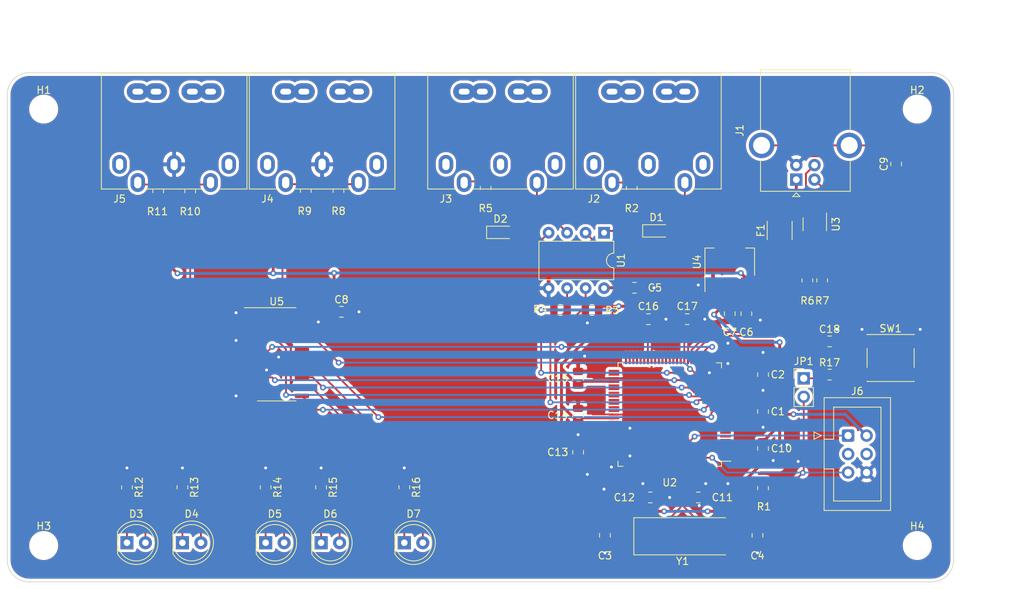
<source format=kicad_pcb>
(kicad_pcb (version 20171130) (host pcbnew "(5.1.8-0-10_14)")
  (layers (0 F.Cu signal) (31 B.Cu signal) (34 B.Paste user) (35 F.Paste user) (36 B.SilkS user) (37 F.SilkS user) (38 B.Mask user) (39 F.Mask user) (44 Edge.Cuts user))
  (net 0 "")
  (net 1 "Net-(U2-Pad1)")
  (net 2 "Net-(U2-Pad2)")
  (net 3 "Net-(U2-Pad7)")
  (net 4 "Net-(U2-Pad8)")
  (net 5 "Net-(U2-Pad9)")
  (net 6 "Net-(U2-Pad10)")
  (net 7 "Net-(U2-Pad11)")
  (net 8 "Net-(U2-Pad12)")
  (net 9 "Net-(U2-Pad30)")
  (net 10 "Net-(C3-Pad2)")
  (net 11 +3V3)
  (net 12 GND)
  (net 13 "Net-(C4-Pad2)")
  (net 14 "Net-(D1-Pad1)")
  (net 15 "Net-(D1-Pad2)")
  (net 16 "Net-(D2-Pad2)")
  (net 17 "Net-(D2-Pad1)")
  (net 18 UARTC_RXD0)
  (net 19 UARTC_RXD1)
  (net 20 "Net-(U2-Pad5)")
  (net 21 "Net-(U2-Pad6)")
  (net 22 UARTC_SRX0)
  (net 23 UARTC_STX0)
  (net 24 UARTC_TXD0)
  (net 25 UARTC_SRX1)
  (net 26 UARTC_STX1)
  (net 27 UARTC_TXD1)
  (net 28 UARTD_SRX0)
  (net 29 UARTD_STX0)
  (net 30 UARTD_RXD0)
  (net 31 UARTD_TXD0)
  (net 32 D-)
  (net 33 D+)
  (net 34 UARTE_SRX0)
  (net 35 UARTE_STX0)
  (net 36 UARTE_RXD0)
  (net 37 UARTE_TXD0)
  (net 38 UARTE_SRX1)
  (net 39 UARTE_STX1)
  (net 40 UARTE_RXD1)
  (net 41 UARTE_TXD1)
  (net 42 UARTF_SRX0)
  (net 43 UARTF_STX0)
  (net 44 UARTF_RXD0)
  (net 45 UARTF_TXD0)
  (net 46 UARTF_SRX1)
  (net 47 UARTF_STX1)
  (net 48 UARTF_RXD1)
  (net 49 UARTF_TXD1)
  (net 50 "Net-(U2-Pad55)")
  (net 51 "Net-(U2-Pad56)")
  (net 52 "Net-(U2-Pad57)")
  (net 53 "Net-(U2-Pad58)")
  (net 54 "Net-(U2-Pad59)")
  (net 55 "Net-(U2-Pad60)")
  (net 56 "Net-(U2-Pad61)")
  (net 57 "Net-(U2-Pad62)")
  (net 58 "Net-(U2-Pad65)")
  (net 59 "Net-(U2-Pad66)")
  (net 60 "Net-(U2-Pad67)")
  (net 61 "Net-(U2-Pad68)")
  (net 62 "Net-(U2-Pad69)")
  (net 63 "Net-(U2-Pad70)")
  (net 64 "Net-(U2-Pad71)")
  (net 65 "Net-(U2-Pad72)")
  (net 66 "Net-(U2-Pad75)")
  (net 67 "Net-(U2-Pad76)")
  (net 68 "Net-(U2-Pad77)")
  (net 69 "Net-(U2-Pad78)")
  (net 70 "Net-(U2-Pad79)")
  (net 71 "Net-(U2-Pad80)")
  (net 72 "Net-(U2-Pad81)")
  (net 73 "Net-(U2-Pad82)")
  (net 74 "Net-(U2-Pad85)")
  (net 75 "Net-(U2-Pad86)")
  (net 76 "Net-(U2-Pad87)")
  (net 77 "Net-(U2-Pad88)")
  (net 78 "Net-(U2-Pad95)")
  (net 79 "Net-(U2-Pad96)")
  (net 80 "Net-(U2-Pad97)")
  (net 81 "Net-(U2-Pad98)")
  (net 82 "Net-(U2-Pad99)")
  (net 83 "Net-(U2-Pad100)")
  (net 84 +5V)
  (net 85 "Net-(F1-Pad2)")
  (net 86 "Net-(J1-Pad2)")
  (net 87 "Net-(J1-Pad3)")
  (net 88 "Net-(J2-Pad3)")
  (net 89 "Net-(J2-Pad2)")
  (net 90 "Net-(J2-Pad1)")
  (net 91 "Net-(J2-Pad4)")
  (net 92 "Net-(J3-Pad4)")
  (net 93 "Net-(J3-Pad1)")
  (net 94 "Net-(J3-Pad2)")
  (net 95 "Net-(J3-Pad3)")
  (net 96 "Net-(J4-Pad5)")
  (net 97 "Net-(J4-Pad3)")
  (net 98 "Net-(J4-Pad1)")
  (net 99 "Net-(J4-Pad4)")
  (net 100 "Net-(J5-Pad4)")
  (net 101 "Net-(J5-Pad1)")
  (net 102 "Net-(J5-Pad3)")
  (net 103 "Net-(J5-Pad5)")
  (net 104 "Net-(R6-Pad2)")
  (net 105 "Net-(R7-Pad2)")
  (net 106 "Net-(R8-Pad2)")
  (net 107 "Net-(R10-Pad2)")
  (net 108 "Net-(U5-Pad16)")
  (net 109 "Net-(C9-Pad2)")
  (net 110 "Net-(D3-Pad1)")
  (net 111 "Net-(D3-Pad2)")
  (net 112 "Net-(D4-Pad2)")
  (net 113 "Net-(D4-Pad1)")
  (net 114 "Net-(D5-Pad1)")
  (net 115 "Net-(D5-Pad2)")
  (net 116 "Net-(D6-Pad2)")
  (net 117 "Net-(D6-Pad1)")
  (net 118 "Net-(D7-Pad1)")
  (net 119 "Net-(D7-Pad2)")
  (net 120 PDI_DATA)
  (net 121 "Net-(J6-Pad3)")
  (net 122 PDI_CLK)
  (net 123 "Net-(J6-Pad4)")
  (net 124 UARTD_SUSB)
  (net 125 "Net-(R17-Pad2)")
  (net 126 "Net-(C18-Pad1)")
  (module lib:DIN5MIDI-OOTDTY (layer F.Cu) (at 155.575 82.6)
    (fp_text reference J2 (at 0 4.75) (layer F.SilkS))
    (fp_text value DIN-5_180degree)
    (pad "" thru_hole oval (at 12.5 -10) (size 3 2.3) (drill oval 1.5 0.8) (layers *.Cu *.Mask))
    (pad "" thru_hole oval (at 10 -10) (size 3 2.3) (drill oval 1.5 0.8) (layers *.Cu *.Mask))
    (pad "" thru_hole oval (at 5 -10) (size 3 2.3) (drill oval 1.5 0.8) (layers *.Cu *.Mask))
    (pad "" thru_hole oval (at 2.5 -10) (size 3 2.3) (drill oval 1.5 0.8) (layers *.Cu *.Mask))
    (pad 5 thru_hole oval (at 12.5 2.5) (size 2 2.6) (drill oval 1 1.6) (layers *.Cu *.Mask) (net 15 "Net-(D1-Pad2)"))
    (pad 3 thru_hole oval (at 15 0) (size 2 2.6) (drill oval 1 1.6) (layers *.Cu *.Mask) (net 88 "Net-(J2-Pad3)"))
    (pad 2 thru_hole oval (at 7.5 0) (size 2 2.6) (drill oval 1 1.6) (layers *.Cu *.Mask) (net 89 "Net-(J2-Pad2)"))
    (pad 1 thru_hole oval (at 0 0) (size 2 2.6) (drill oval 1 1.6) (layers *.Cu *.Mask) (net 90 "Net-(J2-Pad1)"))
    (pad 4 thru_hole oval (at 2.5 2.5) (size 2 2.6) (drill oval 1 1.6) (layers *.Cu *.Mask) (net 91 "Net-(J2-Pad4)"))
  )
  (module lib:DIN5MIDI-OOTDTY (layer F.Cu) (at 135.255 82.6)
    (fp_text reference J3 (at 0 4.75) (layer F.SilkS))
    (fp_text value DIN-5_180degree)
    (pad "" thru_hole oval (at 12.5 -10) (size 3 2.3) (drill oval 1.5 0.8) (layers *.Cu *.Mask))
    (pad "" thru_hole oval (at 10 -10) (size 3 2.3) (drill oval 1.5 0.8) (layers *.Cu *.Mask))
    (pad "" thru_hole oval (at 5 -10) (size 3 2.3) (drill oval 1.5 0.8) (layers *.Cu *.Mask))
    (pad "" thru_hole oval (at 2.5 -10) (size 3 2.3) (drill oval 1.5 0.8) (layers *.Cu *.Mask))
    (pad 5 thru_hole oval (at 12.5 2.5) (size 2 2.6) (drill oval 1 1.6) (layers *.Cu *.Mask) (net 16 "Net-(D2-Pad2)"))
    (pad 3 thru_hole oval (at 15 0) (size 2 2.6) (drill oval 1 1.6) (layers *.Cu *.Mask) (net 95 "Net-(J3-Pad3)"))
    (pad 2 thru_hole oval (at 7.5 0) (size 2 2.6) (drill oval 1 1.6) (layers *.Cu *.Mask) (net 94 "Net-(J3-Pad2)"))
    (pad 1 thru_hole oval (at 0 0) (size 2 2.6) (drill oval 1 1.6) (layers *.Cu *.Mask) (net 93 "Net-(J3-Pad1)"))
    (pad 4 thru_hole oval (at 2.5 2.5) (size 2 2.6) (drill oval 1 1.6) (layers *.Cu *.Mask) (net 92 "Net-(J3-Pad4)"))
  )
  (module lib:DIN5MIDI-OOTDTY (layer F.Cu) (at 110.744 82.6)
    (fp_text reference J4 (at 0 4.75) (layer F.SilkS))
    (fp_text value DIN-5_180degree)
    (pad "" thru_hole oval (at 12.5 -10) (size 3 2.3) (drill oval 1.5 0.8) (layers *.Cu *.Mask))
    (pad "" thru_hole oval (at 10 -10) (size 3 2.3) (drill oval 1.5 0.8) (layers *.Cu *.Mask))
    (pad "" thru_hole oval (at 5 -10) (size 3 2.3) (drill oval 1.5 0.8) (layers *.Cu *.Mask))
    (pad "" thru_hole oval (at 2.5 -10) (size 3 2.3) (drill oval 1.5 0.8) (layers *.Cu *.Mask))
    (pad 5 thru_hole oval (at 12.5 2.5) (size 2 2.6) (drill oval 1 1.6) (layers *.Cu *.Mask) (net 96 "Net-(J4-Pad5)"))
    (pad 3 thru_hole oval (at 15 0) (size 2 2.6) (drill oval 1 1.6) (layers *.Cu *.Mask) (net 97 "Net-(J4-Pad3)"))
    (pad 2 thru_hole oval (at 7.5 0) (size 2 2.6) (drill oval 1 1.6) (layers *.Cu *.Mask) (net 12 GND))
    (pad 1 thru_hole oval (at 0 0) (size 2 2.6) (drill oval 1 1.6) (layers *.Cu *.Mask) (net 98 "Net-(J4-Pad1)"))
    (pad 4 thru_hole oval (at 2.5 2.5) (size 2 2.6) (drill oval 1 1.6) (layers *.Cu *.Mask) (net 99 "Net-(J4-Pad4)"))
  )
  (module lib:DIN5MIDI-OOTDTY (layer F.Cu) (at 90.424 82.6)
    (fp_text reference J5 (at 0 4.75) (layer F.SilkS))
    (fp_text value DIN-5_180degree)
    (pad "" thru_hole oval (at 12.5 -10) (size 3 2.3) (drill oval 1.5 0.8) (layers *.Cu *.Mask))
    (pad "" thru_hole oval (at 10 -10) (size 3 2.3) (drill oval 1.5 0.8) (layers *.Cu *.Mask))
    (pad "" thru_hole oval (at 5 -10) (size 3 2.3) (drill oval 1.5 0.8) (layers *.Cu *.Mask))
    (pad "" thru_hole oval (at 2.5 -10) (size 3 2.3) (drill oval 1.5 0.8) (layers *.Cu *.Mask))
    (pad 5 thru_hole oval (at 12.5 2.5) (size 2 2.6) (drill oval 1 1.6) (layers *.Cu *.Mask) (net 103 "Net-(J5-Pad5)"))
    (pad 3 thru_hole oval (at 15 0) (size 2 2.6) (drill oval 1 1.6) (layers *.Cu *.Mask) (net 102 "Net-(J5-Pad3)"))
    (pad 2 thru_hole oval (at 7.5 0) (size 2 2.6) (drill oval 1 1.6) (layers *.Cu *.Mask) (net 12 GND))
    (pad 1 thru_hole oval (at 0 0) (size 2 2.6) (drill oval 1 1.6) (layers *.Cu *.Mask) (net 101 "Net-(J5-Pad1)"))
    (pad 4 thru_hole oval (at 2.5 2.5) (size 2 2.6) (drill oval 1 1.6) (layers *.Cu *.Mask) (net 100 "Net-(J5-Pad4)"))
  )
  (module Capacitor_SMD:C_0805_2012Metric (layer F.Cu) (at 178.816 116.586 90)
    (fp_text reference C1 (at 0 2.032 180) (layer F.SilkS))
    (fp_text value 0.1u)
    (pad 2 smd roundrect (at 0.95 0 90) (size 1 1.45) (layers F.Cu F.Paste F.Mask) (net 11 +3V3))
    (pad 1 smd roundrect (at -0.95 0 90) (size 1 1.45) (layers F.Cu F.Paste F.Mask) (net 12 GND))
  )
  (module Capacitor_SMD:C_0805_2012Metric (layer F.Cu) (at 178.816 111.506 270)
    (fp_text reference C2 (at 0 -2.032 180) (layer F.SilkS))
    (fp_text value 0.1u)
    (pad 1 smd roundrect (at -0.95 0 270) (size 1 1.45) (layers F.Cu F.Paste F.Mask) (net 11 +3V3))
    (pad 2 smd roundrect (at 0.95 0 270) (size 1 1.45) (layers F.Cu F.Paste F.Mask) (net 12 GND))
  )
  (module Capacitor_SMD:C_0805_2012Metric (layer F.Cu) (at 157.099 133.604 90)
    (fp_text reference C3 (at -2.794 0 180) (layer F.SilkS))
    (fp_text value 15p)
    (pad 1 smd roundrect (at -0.95 0 90) (size 1 1.45) (layers F.Cu F.Paste F.Mask) (net 12 GND))
    (pad 2 smd roundrect (at 0.95 0 90) (size 1 1.45) (layers F.Cu F.Paste F.Mask) (net 10 "Net-(C3-Pad2)"))
  )
  (module Capacitor_SMD:C_0805_2012Metric (layer F.Cu) (at 178.054 133.604 90)
    (fp_text reference C4 (at -2.794 0 180) (layer F.SilkS))
    (fp_text value 15p)
    (pad 2 smd roundrect (at 0.95 0 90) (size 1 1.45) (layers F.Cu F.Paste F.Mask) (net 13 "Net-(C4-Pad2)"))
    (pad 1 smd roundrect (at -0.95 0 90) (size 1 1.45) (layers F.Cu F.Paste F.Mask) (net 12 GND))
  )
  (module Capacitor_SMD:C_0805_2012Metric (layer F.Cu) (at 161.163 99.568)
    (fp_text reference C5 (at 2.794 0 180) (layer F.SilkS))
    (fp_text value 0.1u)
    (pad 1 smd roundrect (at -0.95 0) (size 1 1.45) (layers F.Cu F.Paste F.Mask) (net 11 +3V3))
    (pad 2 smd roundrect (at 0.95 0) (size 1 1.45) (layers F.Cu F.Paste F.Mask) (net 12 GND))
  )
  (module Resistor_SMD:R_0805_2012Metric (layer F.Cu) (at 178.816 127.127 90)
    (fp_text reference R1 (at -2.54 0.127 180) (layer F.SilkS))
    (fp_text value 10k)
    (pad 1 smd roundrect (at -0.9125 0 90) (size 1.025 1.4) (layers F.Cu F.Paste F.Mask) (roundrect_rratio 0.2439014634146341) (net 11 +3V3))
    (pad 2 smd roundrect (at 0.9125 0 90) (size 1.025 1.4) (layers F.Cu F.Paste F.Mask) (roundrect_rratio 0.2439014634146341) (net 122 PDI_CLK))
  )
  (module Resistor_SMD:R_0805_2012Metric (layer F.Cu) (at 160.782 85.852 270)
    (fp_text reference R2 (at 2.794 0 180) (layer F.SilkS))
    (fp_text value 220)
    (pad 2 smd roundrect (at 0.9125 0 270) (size 1.025 1.4) (layers F.Cu F.Paste F.Mask) (roundrect_rratio 0.2439014634146341) (net 14 "Net-(D1-Pad1)"))
    (pad 1 smd roundrect (at -0.9125 0 270) (size 1.025 1.4) (layers F.Cu F.Paste F.Mask) (roundrect_rratio 0.2439014634146341) (net 91 "Net-(J2-Pad4)"))
  )
  (module Resistor_SMD:R_0805_2012Metric (layer F.Cu) (at 155.321 102.616 180)
    (fp_text reference R3 (at -2.794 -0.044) (layer F.SilkS))
    (fp_text value 470)
    (pad 2 smd roundrect (at 0.9125 0 180) (size 1.025 1.4) (layers F.Cu F.Paste F.Mask) (roundrect_rratio 0.2439014634146341) (net 18 UARTC_RXD0))
    (pad 1 smd roundrect (at -0.9125 0 180) (size 1.025 1.4) (layers F.Cu F.Paste F.Mask) (roundrect_rratio 0.2439014634146341) (net 11 +3V3))
  )
  (module Resistor_SMD:R_0805_2012Metric (layer F.Cu) (at 151.003 102.616)
    (fp_text reference R4 (at -2.794 -0.092) (layer F.SilkS))
    (fp_text value 470)
    (pad 1 smd roundrect (at -0.9125 0) (size 1.025 1.4) (layers F.Cu F.Paste F.Mask) (roundrect_rratio 0.2439014634146341) (net 11 +3V3))
    (pad 2 smd roundrect (at 0.9125 0) (size 1.025 1.4) (layers F.Cu F.Paste F.Mask) (roundrect_rratio 0.2439014634146341) (net 19 UARTC_RXD1))
  )
  (module Resistor_SMD:R_0805_2012Metric (layer F.Cu) (at 140.716 85.852 270)
    (fp_text reference R5 (at 2.794 0 180) (layer F.SilkS))
    (fp_text value 220)
    (pad 1 smd roundrect (at -0.9125 0 270) (size 1.025 1.4) (layers F.Cu F.Paste F.Mask) (roundrect_rratio 0.2439014634146341) (net 92 "Net-(J3-Pad4)"))
    (pad 2 smd roundrect (at 0.9125 0 270) (size 1.025 1.4) (layers F.Cu F.Paste F.Mask) (roundrect_rratio 0.2439014634146341) (net 17 "Net-(D2-Pad1)"))
  )
  (module Package_DIP:DIP-8_W7.62mm (layer F.Cu) (at 156.984 92 270)
    (fp_text reference U1 (at 3.81 -2.33 90) (layer F.SilkS))
    (fp_text value HCPL2730)
    (pad 1 thru_hole rect (at 0 0 270) (size 1.6 1.6) (drill 0.8) (layers *.Cu *.Mask) (net 14 "Net-(D1-Pad1)"))
    (pad 5 thru_hole oval (at 7.62 7.62 270) (size 1.6 1.6) (drill 0.8) (layers *.Cu *.Mask) (net 12 GND))
    (pad 2 thru_hole oval (at 0 2.54 270) (size 1.6 1.6) (drill 0.8) (layers *.Cu *.Mask) (net 15 "Net-(D1-Pad2)"))
    (pad 6 thru_hole oval (at 7.62 5.08 270) (size 1.6 1.6) (drill 0.8) (layers *.Cu *.Mask) (net 19 UARTC_RXD1))
    (pad 3 thru_hole oval (at 0 5.08 270) (size 1.6 1.6) (drill 0.8) (layers *.Cu *.Mask) (net 16 "Net-(D2-Pad2)"))
    (pad 7 thru_hole oval (at 7.62 2.54 270) (size 1.6 1.6) (drill 0.8) (layers *.Cu *.Mask) (net 18 UARTC_RXD0))
    (pad 4 thru_hole oval (at 0 7.62 270) (size 1.6 1.6) (drill 0.8) (layers *.Cu *.Mask) (net 17 "Net-(D2-Pad1)"))
    (pad 8 thru_hole oval (at 7.62 0 270) (size 1.6 1.6) (drill 0.8) (layers *.Cu *.Mask) (net 11 +3V3))
  )
  (module Package_QFP:TQFP-100_14x14mm_P0.5mm (layer F.Cu) (at 166 117 180)
    (fp_text reference U2 (at 0 -9.35) (layer F.SilkS))
    (fp_text value ATxmega128A1U-AU)
    (pad 1 smd roundrect (at -7.6625 -6 180) (size 1.475 0.3) (layers F.Cu F.Paste F.Mask) (net 1 "Net-(U2-Pad1)"))
    (pad 2 smd roundrect (at -7.6625 -5.5 180) (size 1.475 0.3) (layers F.Cu F.Paste F.Mask) (net 2 "Net-(U2-Pad2)"))
    (pad 3 smd roundrect (at -7.6625 -5 180) (size 1.475 0.3) (layers F.Cu F.Paste F.Mask) (net 12 GND))
    (pad 4 smd roundrect (at -7.6625 -4.5 180) (size 1.475 0.3) (layers F.Cu F.Paste F.Mask) (net 11 +3V3))
    (pad 5 smd roundrect (at -7.6625 -4 180) (size 1.475 0.3) (layers F.Cu F.Paste F.Mask) (net 20 "Net-(U2-Pad5)"))
    (pad 6 smd roundrect (at -7.6625 -3.5 180) (size 1.475 0.3) (layers F.Cu F.Paste F.Mask) (net 21 "Net-(U2-Pad6)"))
    (pad 7 smd roundrect (at -7.6625 -3 180) (size 1.475 0.3) (layers F.Cu F.Paste F.Mask) (net 3 "Net-(U2-Pad7)"))
    (pad 8 smd roundrect (at -7.6625 -2.5 180) (size 1.475 0.3) (layers F.Cu F.Paste F.Mask) (net 4 "Net-(U2-Pad8)"))
    (pad 9 smd roundrect (at -7.6625 -2 180) (size 1.475 0.3) (layers F.Cu F.Paste F.Mask) (net 5 "Net-(U2-Pad9)"))
    (pad 10 smd roundrect (at -7.6625 -1.5 180) (size 1.475 0.3) (layers F.Cu F.Paste F.Mask) (net 6 "Net-(U2-Pad10)"))
    (pad 11 smd roundrect (at -7.6625 -1 180) (size 1.475 0.3) (layers F.Cu F.Paste F.Mask) (net 7 "Net-(U2-Pad11)"))
    (pad 12 smd roundrect (at -7.6625 -0.5 180) (size 1.475 0.3) (layers F.Cu F.Paste F.Mask) (net 8 "Net-(U2-Pad12)"))
    (pad 13 smd roundrect (at -7.6625 0 180) (size 1.475 0.3) (layers F.Cu F.Paste F.Mask) (net 12 GND))
    (pad 14 smd roundrect (at -7.6625 0.5 180) (size 1.475 0.3) (layers F.Cu F.Paste F.Mask) (net 11 +3V3))
    (pad 15 smd roundrect (at -7.6625 1 180) (size 1.475 0.3) (layers F.Cu F.Paste F.Mask) (net 22 UARTC_SRX0))
    (pad 16 smd roundrect (at -7.6625 1.5 180) (size 1.475 0.3) (layers F.Cu F.Paste F.Mask) (net 23 UARTC_STX0))
    (pad 17 smd roundrect (at -7.6625 2 180) (size 1.475 0.3) (layers F.Cu F.Paste F.Mask) (net 18 UARTC_RXD0))
    (pad 18 smd roundrect (at -7.6625 2.5 180) (size 1.475 0.3) (layers F.Cu F.Paste F.Mask) (net 24 UARTC_TXD0))
    (pad 19 smd roundrect (at -7.6625 3 180) (size 1.475 0.3) (layers F.Cu F.Paste F.Mask) (net 25 UARTC_SRX1))
    (pad 20 smd roundrect (at -7.6625 3.5 180) (size 1.475 0.3) (layers F.Cu F.Paste F.Mask) (net 26 UARTC_STX1))
    (pad 21 smd roundrect (at -7.6625 4 180) (size 1.475 0.3) (layers F.Cu F.Paste F.Mask) (net 19 UARTC_RXD1))
    (pad 22 smd roundrect (at -7.6625 4.5 180) (size 1.475 0.3) (layers F.Cu F.Paste F.Mask) (net 27 UARTC_TXD1))
    (pad 23 smd roundrect (at -7.6625 5 180) (size 1.475 0.3) (layers F.Cu F.Paste F.Mask) (net 12 GND))
    (pad 24 smd roundrect (at -7.6625 5.5 180) (size 1.475 0.3) (layers F.Cu F.Paste F.Mask) (net 11 +3V3))
    (pad 25 smd roundrect (at -7.6625 6 180) (size 1.475 0.3) (layers F.Cu F.Paste F.Mask) (net 28 UARTD_SRX0))
    (pad 26 smd roundrect (at -6 7.6625 180) (size 0.3 1.475) (layers F.Cu F.Paste F.Mask) (net 29 UARTD_STX0))
    (pad 27 smd roundrect (at -5.5 7.6625 180) (size 0.3 1.475) (layers F.Cu F.Paste F.Mask) (net 30 UARTD_RXD0))
    (pad 28 smd roundrect (at -5 7.6625 180) (size 0.3 1.475) (layers F.Cu F.Paste F.Mask) (net 31 UARTD_TXD0))
    (pad 29 smd roundrect (at -4.5 7.6625 180) (size 0.3 1.475) (layers F.Cu F.Paste F.Mask) (net 124 UARTD_SUSB))
    (pad 30 smd roundrect (at -4 7.6625 180) (size 0.3 1.475) (layers F.Cu F.Paste F.Mask) (net 9 "Net-(U2-Pad30)"))
    (pad 31 smd roundrect (at -3.5 7.6625 180) (size 0.3 1.475) (layers F.Cu F.Paste F.Mask) (net 32 D-))
    (pad 32 smd roundrect (at -3 7.6625 180) (size 0.3 1.475) (layers F.Cu F.Paste F.Mask) (net 33 D+))
    (pad 33 smd roundrect (at -2.5 7.6625 180) (size 0.3 1.475) (layers F.Cu F.Paste F.Mask) (net 12 GND))
    (pad 34 smd roundrect (at -2 7.6625 180) (size 0.3 1.475) (layers F.Cu F.Paste F.Mask) (net 11 +3V3))
    (pad 35 smd roundrect (at -1.5 7.6625 180) (size 0.3 1.475) (layers F.Cu F.Paste F.Mask) (net 34 UARTE_SRX0))
    (pad 36 smd roundrect (at -1 7.6625 180) (size 0.3 1.475) (layers F.Cu F.Paste F.Mask) (net 35 UARTE_STX0))
    (pad 37 smd roundrect (at -0.5 7.6625 180) (size 0.3 1.475) (layers F.Cu F.Paste F.Mask) (net 36 UARTE_RXD0))
    (pad 38 smd roundrect (at 0 7.6625 180) (size 0.3 1.475) (layers F.Cu F.Paste F.Mask) (net 37 UARTE_TXD0))
    (pad 39 smd roundrect (at 0.5 7.6625 180) (size 0.3 1.475) (layers F.Cu F.Paste F.Mask) (net 38 UARTE_SRX1))
    (pad 40 smd roundrect (at 1 7.6625 180) (size 0.3 1.475) (layers F.Cu F.Paste F.Mask) (net 39 UARTE_STX1))
    (pad 41 smd roundrect (at 1.5 7.6625 180) (size 0.3 1.475) (layers F.Cu F.Paste F.Mask) (net 40 UARTE_RXD1))
    (pad 42 smd roundrect (at 2 7.6625 180) (size 0.3 1.475) (layers F.Cu F.Paste F.Mask) (net 41 UARTE_TXD1))
    (pad 43 smd roundrect (at 2.5 7.6625 180) (size 0.3 1.475) (layers F.Cu F.Paste F.Mask) (net 12 GND))
    (pad 44 smd roundrect (at 3 7.6625 180) (size 0.3 1.475) (layers F.Cu F.Paste F.Mask) (net 11 +3V3))
    (pad 45 smd roundrect (at 3.5 7.6625 180) (size 0.3 1.475) (layers F.Cu F.Paste F.Mask) (net 42 UARTF_SRX0))
    (pad 46 smd roundrect (at 4 7.6625 180) (size 0.3 1.475) (layers F.Cu F.Paste F.Mask) (net 43 UARTF_STX0))
    (pad 47 smd roundrect (at 4.5 7.6625 180) (size 0.3 1.475) (layers F.Cu F.Paste F.Mask) (net 44 UARTF_RXD0))
    (pad 48 smd roundrect (at 5 7.6625 180) (size 0.3 1.475) (layers F.Cu F.Paste F.Mask) (net 45 UARTF_TXD0))
    (pad 49 smd roundrect (at 5.5 7.6625 180) (size 0.3 1.475) (layers F.Cu F.Paste F.Mask) (net 46 UARTF_SRX1))
    (pad 50 smd roundrect (at 6 7.6625 180) (size 0.3 1.475) (layers F.Cu F.Paste F.Mask) (net 47 UARTF_STX1))
    (pad 51 smd roundrect (at 7.6625 6 180) (size 1.475 0.3) (layers F.Cu F.Paste F.Mask) (net 48 UARTF_RXD1))
    (pad 52 smd roundrect (at 7.6625 5.5 180) (size 1.475 0.3) (layers F.Cu F.Paste F.Mask) (net 49 UARTF_TXD1))
    (pad 53 smd roundrect (at 7.6625 5 180) (size 1.475 0.3) (layers F.Cu F.Paste F.Mask) (net 12 GND))
    (pad 54 smd roundrect (at 7.6625 4.5 180) (size 1.475 0.3) (layers F.Cu F.Paste F.Mask) (net 11 +3V3))
    (pad 55 smd roundrect (at 7.6625 4 180) (size 1.475 0.3) (layers F.Cu F.Paste F.Mask) (net 50 "Net-(U2-Pad55)"))
    (pad 56 smd roundrect (at 7.6625 3.5 180) (size 1.475 0.3) (layers F.Cu F.Paste F.Mask) (net 51 "Net-(U2-Pad56)"))
    (pad 57 smd roundrect (at 7.6625 3 180) (size 1.475 0.3) (layers F.Cu F.Paste F.Mask) (net 52 "Net-(U2-Pad57)"))
    (pad 58 smd roundrect (at 7.6625 2.5 180) (size 1.475 0.3) (layers F.Cu F.Paste F.Mask) (net 53 "Net-(U2-Pad58)"))
    (pad 59 smd roundrect (at 7.6625 2 180) (size 1.475 0.3) (layers F.Cu F.Paste F.Mask) (net 54 "Net-(U2-Pad59)"))
    (pad 60 smd roundrect (at 7.6625 1.5 180) (size 1.475 0.3) (layers F.Cu F.Paste F.Mask) (net 55 "Net-(U2-Pad60)"))
    (pad 61 smd roundrect (at 7.6625 1 180) (size 1.475 0.3) (layers F.Cu F.Paste F.Mask) (net 56 "Net-(U2-Pad61)"))
    (pad 62 smd roundrect (at 7.6625 0.5 180) (size 1.475 0.3) (layers F.Cu F.Paste F.Mask) (net 57 "Net-(U2-Pad62)"))
    (pad 63 smd roundrect (at 7.6625 0 180) (size 1.475 0.3) (layers F.Cu F.Paste F.Mask) (net 12 GND))
    (pad 64 smd roundrect (at 7.6625 -0.5 180) (size 1.475 0.3) (layers F.Cu F.Paste F.Mask) (net 11 +3V3))
    (pad 65 smd roundrect (at 7.6625 -1 180) (size 1.475 0.3) (layers F.Cu F.Paste F.Mask) (net 58 "Net-(U2-Pad65)"))
    (pad 66 smd roundrect (at 7.6625 -1.5 180) (size 1.475 0.3) (layers F.Cu F.Paste F.Mask) (net 59 "Net-(U2-Pad66)"))
    (pad 67 smd roundrect (at 7.6625 -2 180) (size 1.475 0.3) (layers F.Cu F.Paste F.Mask) (net 60 "Net-(U2-Pad67)"))
    (pad 68 smd roundrect (at 7.6625 -2.5 180) (size 1.475 0.3) (layers F.Cu F.Paste F.Mask) (net 61 "Net-(U2-Pad68)"))
    (pad 69 smd roundrect (at 7.6625 -3 180) (size 1.475 0.3) (layers F.Cu F.Paste F.Mask) (net 62 "Net-(U2-Pad69)"))
    (pad 70 smd roundrect (at 7.6625 -3.5 180) (size 1.475 0.3) (layers F.Cu F.Paste F.Mask) (net 63 "Net-(U2-Pad70)"))
    (pad 71 smd roundrect (at 7.6625 -4 180) (size 1.475 0.3) (layers F.Cu F.Paste F.Mask) (net 64 "Net-(U2-Pad71)"))
    (pad 72 smd roundrect (at 7.6625 -4.5 180) (size 1.475 0.3) (layers F.Cu F.Paste F.Mask) (net 65 "Net-(U2-Pad72)"))
    (pad 73 smd roundrect (at 7.6625 -5 180) (size 1.475 0.3) (layers F.Cu F.Paste F.Mask) (net 12 GND))
    (pad 74 smd roundrect (at 7.6625 -5.5 180) (size 1.475 0.3) (layers F.Cu F.Paste F.Mask) (net 11 +3V3))
    (pad 75 smd roundrect (at 7.6625 -6 180) (size 1.475 0.3) (layers F.Cu F.Paste F.Mask) (net 66 "Net-(U2-Pad75)"))
    (pad 76 smd roundrect (at 6 -7.6625 180) (size 0.3 1.475) (layers F.Cu F.Paste F.Mask) (net 67 "Net-(U2-Pad76)"))
    (pad 77 smd roundrect (at 5.5 -7.6625 180) (size 0.3 1.475) (layers F.Cu F.Paste F.Mask) (net 68 "Net-(U2-Pad77)"))
    (pad 78 smd roundrect (at 5 -7.6625 180) (size 0.3 1.475) (layers F.Cu F.Paste F.Mask) (net 69 "Net-(U2-Pad78)"))
    (pad 79 smd roundrect (at 4.5 -7.6625 180) (size 0.3 1.475) (layers F.Cu F.Paste F.Mask) (net 70 "Net-(U2-Pad79)"))
    (pad 80 smd roundrect (at 4 -7.6625 180) (size 0.3 1.475) (layers F.Cu F.Paste F.Mask) (net 71 "Net-(U2-Pad80)"))
    (pad 81 smd roundrect (at 3.5 -7.6625 180) (size 0.3 1.475) (layers F.Cu F.Paste F.Mask) (net 72 "Net-(U2-Pad81)"))
    (pad 82 smd roundrect (at 3 -7.6625 180) (size 0.3 1.475) (layers F.Cu F.Paste F.Mask) (net 73 "Net-(U2-Pad82)"))
    (pad 83 smd roundrect (at 2.5 -7.6625 180) (size 0.3 1.475) (layers F.Cu F.Paste F.Mask) (net 11 +3V3))
    (pad 84 smd roundrect (at 2 -7.6625 180) (size 0.3 1.475) (layers F.Cu F.Paste F.Mask) (net 12 GND))
    (pad 85 smd roundrect (at 1.5 -7.6625 180) (size 0.3 1.475) (layers F.Cu F.Paste F.Mask) (net 74 "Net-(U2-Pad85)"))
    (pad 86 smd roundrect (at 1 -7.6625 180) (size 0.3 1.475) (layers F.Cu F.Paste F.Mask) (net 75 "Net-(U2-Pad86)"))
    (pad 87 smd roundrect (at 0.5 -7.6625 180) (size 0.3 1.475) (layers F.Cu F.Paste F.Mask) (net 76 "Net-(U2-Pad87)"))
    (pad 88 smd roundrect (at 0 -7.6625 180) (size 0.3 1.475) (layers F.Cu F.Paste F.Mask) (net 77 "Net-(U2-Pad88)"))
    (pad 89 smd roundrect (at -0.5 -7.6625 180) (size 0.3 1.475) (layers F.Cu F.Paste F.Mask) (net 120 PDI_DATA))
    (pad 90 smd roundrect (at -1 -7.6625 180) (size 0.3 1.475) (layers F.Cu F.Paste F.Mask) (net 122 PDI_CLK))
    (pad 91 smd roundrect (at -1.5 -7.6625 180) (size 0.3 1.475) (layers F.Cu F.Paste F.Mask) (net 10 "Net-(C3-Pad2)"))
    (pad 92 smd roundrect (at -2 -7.6625 180) (size 0.3 1.475) (layers F.Cu F.Paste F.Mask) (net 13 "Net-(C4-Pad2)"))
    (pad 93 smd roundrect (at -2.5 -7.6625 180) (size 0.3 1.475) (layers F.Cu F.Paste F.Mask) (net 12 GND))
    (pad 94 smd roundrect (at -3 -7.6625 180) (size 0.3 1.475) (layers F.Cu F.Paste F.Mask) (net 11 +3V3))
    (pad 95 smd roundrect (at -3.5 -7.6625 180) (size 0.3 1.475) (layers F.Cu F.Paste F.Mask) (net 78 "Net-(U2-Pad95)"))
    (pad 96 smd roundrect (at -4 -7.6625 180) (size 0.3 1.475) (layers F.Cu F.Paste F.Mask) (net 79 "Net-(U2-Pad96)"))
    (pad 97 smd roundrect (at -4.5 -7.6625 180) (size 0.3 1.475) (layers F.Cu F.Paste F.Mask) (net 80 "Net-(U2-Pad97)"))
    (pad 98 smd roundrect (at -5 -7.6625 180) (size 0.3 1.475) (layers F.Cu F.Paste F.Mask) (net 81 "Net-(U2-Pad98)"))
    (pad 99 smd roundrect (at -5.5 -7.6625 180) (size 0.3 1.475) (layers F.Cu F.Paste F.Mask) (net 82 "Net-(U2-Pad99)"))
    (pad 100 smd roundrect (at -6 -7.6625 180) (size 0.3 1.475) (layers F.Cu F.Paste F.Mask) (net 83 "Net-(U2-Pad100)"))
  )
  (module Capacitor_SMD:C_0805_2012Metric (layer F.Cu) (at 176.53 103.124 270)
    (fp_text reference C6 (at 2.54 0 180) (layer F.SilkS))
    (fp_text value 0.1u)
    (pad 1 smd roundrect (at -0.95 0 270) (size 1 1.45) (layers F.Cu F.Paste F.Mask) (net 84 +5V))
    (pad 2 smd roundrect (at 0.95 0 270) (size 1 1.45) (layers F.Cu F.Paste F.Mask) (net 12 GND))
  )
  (module Capacitor_SMD:C_0805_2012Metric (layer F.Cu) (at 174.244 103.124 270)
    (fp_text reference C7 (at 2.54 0 180) (layer F.SilkS))
    (fp_text value 10u)
    (pad 2 smd roundrect (at 0.95 0 270) (size 1 1.45) (layers F.Cu F.Paste F.Mask) (net 12 GND))
    (pad 1 smd roundrect (at -0.95 0 270) (size 1 1.45) (layers F.Cu F.Paste F.Mask) (net 11 +3V3))
  )
  (module Capacitor_SMD:C_0805_2012Metric (layer F.Cu) (at 120.904 102.87)
    (fp_text reference C8 (at 0 -1.68) (layer F.SilkS))
    (fp_text value 0.1u)
    (pad 1 smd roundrect (at -0.95 0) (size 1 1.45) (layers F.Cu F.Paste F.Mask) (net 84 +5V))
    (pad 2 smd roundrect (at 0.95 0) (size 1 1.45) (layers F.Cu F.Paste F.Mask) (net 12 GND))
  )
  (module Fuse:Fuse_1812_4532Metric_Castellated (layer F.Cu) (at 181.102 91.694 90)
    (fp_text reference F1 (at 0 -2.6 90) (layer F.SilkS))
    (fp_text value MF-MSMF050-2)
    (pad 1 smd roundrect (at -2.1625 0 90) (size 1.475 3.3) (layers F.Cu F.Paste F.Mask) (roundrect_rratio 0.1694915254237288) (net 84 +5V))
    (pad 2 smd roundrect (at 2.1625 0 90) (size 1.475 3.3) (layers F.Cu F.Paste F.Mask) (roundrect_rratio 0.1694915254237288) (net 85 "Net-(F1-Pad2)"))
  )
  (module Connector_USB:USB_B_OST_USB-B1HSxx_Horizontal (layer F.Cu) (at 183.388 84.7 90)
    (fp_text reference J1 (at 6.76 -7.77 90) (layer F.SilkS))
    (fp_text value USB_B)
    (pad 1 thru_hole rect (at 0 0 90) (size 1.7 1.7) (drill 0.92) (layers *.Cu *.Mask) (net 85 "Net-(F1-Pad2)"))
    (pad 2 thru_hole circle (at 0 2.5 90) (size 1.7 1.7) (drill 0.92) (layers *.Cu *.Mask) (net 86 "Net-(J1-Pad2)"))
    (pad 3 thru_hole circle (at 2 2.5 90) (size 1.7 1.7) (drill 0.92) (layers *.Cu *.Mask) (net 87 "Net-(J1-Pad3)"))
    (pad 4 thru_hole circle (at 2 0 90) (size 1.7 1.7) (drill 0.92) (layers *.Cu *.Mask) (net 12 GND))
    (pad 5 thru_hole circle (at 4.71 -4.77 90) (size 3.5 3.5) (drill 2.33) (layers *.Cu *.Mask) (net 109 "Net-(C9-Pad2)"))
    (pad 5 thru_hole circle (at 4.71 7.27 90) (size 3.5 3.5) (drill 2.33) (layers *.Cu *.Mask) (net 109 "Net-(C9-Pad2)"))
  )
  (module Resistor_SMD:R_0805_2012Metric (layer F.Cu) (at 184.912 98.552 90)
    (fp_text reference R6 (at -2.794 0 180) (layer F.SilkS))
    (fp_text value 22)
    (pad 2 smd roundrect (at 0.9125 0 90) (size 1.025 1.4) (layers F.Cu F.Paste F.Mask) (roundrect_rratio 0.2439014634146341) (net 104 "Net-(R6-Pad2)"))
    (pad 1 smd roundrect (at -0.9125 0 90) (size 1.025 1.4) (layers F.Cu F.Paste F.Mask) (roundrect_rratio 0.2439014634146341) (net 33 D+))
  )
  (module Resistor_SMD:R_0805_2012Metric (layer F.Cu) (at 186.944 98.552 90)
    (fp_text reference R7 (at -2.794 0 180) (layer F.SilkS))
    (fp_text value 22)
    (pad 1 smd roundrect (at -0.9125 0 90) (size 1.025 1.4) (layers F.Cu F.Paste F.Mask) (roundrect_rratio 0.2439014634146341) (net 32 D-))
    (pad 2 smd roundrect (at 0.9125 0 90) (size 1.025 1.4) (layers F.Cu F.Paste F.Mask) (roundrect_rratio 0.2439014634146341) (net 105 "Net-(R7-Pad2)"))
  )
  (module Resistor_SMD:R_0805_2012Metric (layer F.Cu) (at 120.4976 86.233 270)
    (fp_text reference R8 (at 2.794 0 180) (layer F.SilkS))
    (fp_text value 220)
    (pad 2 smd roundrect (at 0.9125 0 270) (size 1.025 1.4) (layers F.Cu F.Paste F.Mask) (roundrect_rratio 0.2439014634146341) (net 106 "Net-(R8-Pad2)"))
    (pad 1 smd roundrect (at -0.9125 0 270) (size 1.025 1.4) (layers F.Cu F.Paste F.Mask) (roundrect_rratio 0.2439014634146341) (net 96 "Net-(J4-Pad5)"))
  )
  (module Resistor_SMD:R_0805_2012Metric (layer F.Cu) (at 116.0018 86.233 90)
    (fp_text reference R9 (at -2.794 -0.1524 180) (layer F.SilkS))
    (fp_text value 220)
    (pad 2 smd roundrect (at 0.9125 0 90) (size 1.025 1.4) (layers F.Cu F.Paste F.Mask) (roundrect_rratio 0.2439014634146341) (net 99 "Net-(J4-Pad4)"))
    (pad 1 smd roundrect (at -0.9125 0 90) (size 1.025 1.4) (layers F.Cu F.Paste F.Mask) (roundrect_rratio 0.2439014634146341) (net 84 +5V))
  )
  (module Resistor_SMD:R_0805_2012Metric (layer F.Cu) (at 100.1268 86.2838 270)
    (fp_text reference R10 (at 2.794 0 180) (layer F.SilkS))
    (fp_text value 220)
    (pad 1 smd roundrect (at -0.9125 0 270) (size 1.025 1.4) (layers F.Cu F.Paste F.Mask) (roundrect_rratio 0.2439014634146341) (net 103 "Net-(J5-Pad5)"))
    (pad 2 smd roundrect (at 0.9125 0 270) (size 1.025 1.4) (layers F.Cu F.Paste F.Mask) (roundrect_rratio 0.2439014634146341) (net 107 "Net-(R10-Pad2)"))
  )
  (module Resistor_SMD:R_0805_2012Metric (layer F.Cu) (at 95.7326 86.2838 90)
    (fp_text reference R11 (at -2.794 -0.1016 180) (layer F.SilkS))
    (fp_text value 220)
    (pad 1 smd roundrect (at -0.9125 0 90) (size 1.025 1.4) (layers F.Cu F.Paste F.Mask) (roundrect_rratio 0.2439014634146341) (net 84 +5V))
    (pad 2 smd roundrect (at 0.9125 0 90) (size 1.025 1.4) (layers F.Cu F.Paste F.Mask) (roundrect_rratio 0.2439014634146341) (net 100 "Net-(J5-Pad4)"))
  )
  (module Package_TO_SOT_SMD:SOT-23-6 (layer F.Cu) (at 185.928 90.8304 270)
    (fp_text reference U3 (at 0 -2.9 90) (layer F.SilkS))
    (fp_text value USBLC6-2SC6)
    (pad 1 smd rect (at -1.1 -0.95 270) (size 1.06 0.65) (layers F.Cu F.Paste F.Mask) (net 86 "Net-(J1-Pad2)"))
    (pad 2 smd rect (at -1.1 0 270) (size 1.06 0.65) (layers F.Cu F.Paste F.Mask) (net 12 GND))
    (pad 3 smd rect (at -1.1 0.95 270) (size 1.06 0.65) (layers F.Cu F.Paste F.Mask) (net 87 "Net-(J1-Pad3)"))
    (pad 4 smd rect (at 1.1 0.95 270) (size 1.06 0.65) (layers F.Cu F.Paste F.Mask) (net 104 "Net-(R6-Pad2)"))
    (pad 6 smd rect (at 1.1 -0.95 270) (size 1.06 0.65) (layers F.Cu F.Paste F.Mask) (net 105 "Net-(R7-Pad2)"))
    (pad 5 smd rect (at 1.1 0 270) (size 1.06 0.65) (layers F.Cu F.Paste F.Mask) (net 84 +5V))
  )
  (module Package_TO_SOT_SMD:SOT-223-3_TabPin2 (layer F.Cu) (at 174.244 96.012 90)
    (fp_text reference U4 (at 0 -4.5 90) (layer F.SilkS))
    (fp_text value LD1117S33TR_SOT223)
    (pad 2 smd rect (at 3.15 0 90) (size 2 3.8) (layers F.Cu F.Paste F.Mask) (net 11 +3V3))
    (pad 2 smd rect (at -3.15 0 90) (size 2 1.5) (layers F.Cu F.Paste F.Mask) (net 11 +3V3))
    (pad 3 smd rect (at -3.15 2.3 90) (size 2 1.5) (layers F.Cu F.Paste F.Mask) (net 84 +5V))
    (pad 1 smd rect (at -3.15 -2.3 90) (size 2 1.5) (layers F.Cu F.Paste F.Mask) (net 12 GND))
  )
  (module Package_SO:SO-20_5.3x12.6mm_P1.27mm (layer F.Cu) (at 112.014 108.712)
    (fp_text reference U5 (at 0 -7.25) (layer F.SilkS))
    (fp_text value 74HC244)
    (pad 1 smd roundrect (at -3.4625 -5.715) (size 1.975 0.6) (layers F.Cu F.Paste F.Mask) (net 12 GND))
    (pad 2 smd roundrect (at -3.4625 -4.445) (size 1.975 0.6) (layers F.Cu F.Paste F.Mask) (net 24 UARTC_TXD0))
    (pad 3 smd roundrect (at -3.4625 -3.175) (size 1.975 0.6) (layers F.Cu F.Paste F.Mask) (net 107 "Net-(R10-Pad2)"))
    (pad 4 smd roundrect (at -3.4625 -1.905) (size 1.975 0.6) (layers F.Cu F.Paste F.Mask) (net 12 GND))
    (pad 5 smd roundrect (at -3.4625 -0.635) (size 1.975 0.6) (layers F.Cu F.Paste F.Mask) (net 111 "Net-(D3-Pad2)"))
    (pad 6 smd roundrect (at -3.4625 0.635) (size 1.975 0.6) (layers F.Cu F.Paste F.Mask) (net 124 UARTD_SUSB))
    (pad 7 smd roundrect (at -3.4625 1.905) (size 1.975 0.6) (layers F.Cu F.Paste F.Mask) (net 112 "Net-(D4-Pad2)"))
    (pad 8 smd roundrect (at -3.4625 3.175) (size 1.975 0.6) (layers F.Cu F.Paste F.Mask) (net 26 UARTC_STX1))
    (pad 9 smd roundrect (at -3.4625 4.445) (size 1.975 0.6) (layers F.Cu F.Paste F.Mask) (net 115 "Net-(D5-Pad2)"))
    (pad 10 smd roundrect (at -3.4625 5.715) (size 1.975 0.6) (layers F.Cu F.Paste F.Mask) (net 12 GND))
    (pad 11 smd roundrect (at 3.4625 5.715) (size 1.975 0.6) (layers F.Cu F.Paste F.Mask) (net 23 UARTC_STX0))
    (pad 12 smd roundrect (at 3.4625 4.445) (size 1.975 0.6) (layers F.Cu F.Paste F.Mask) (net 116 "Net-(D6-Pad2)"))
    (pad 13 smd roundrect (at 3.4625 3.175) (size 1.975 0.6) (layers F.Cu F.Paste F.Mask) (net 25 UARTC_SRX1))
    (pad 14 smd roundrect (at 3.4625 1.905) (size 1.975 0.6) (layers F.Cu F.Paste F.Mask) (net 119 "Net-(D7-Pad2)"))
    (pad 15 smd roundrect (at 3.4625 0.635) (size 1.975 0.6) (layers F.Cu F.Paste F.Mask) (net 22 UARTC_SRX0))
    (pad 16 smd roundrect (at 3.4625 -0.635) (size 1.975 0.6) (layers F.Cu F.Paste F.Mask) (net 108 "Net-(U5-Pad16)"))
    (pad 17 smd roundrect (at 3.4625 -1.905) (size 1.975 0.6) (layers F.Cu F.Paste F.Mask) (net 27 UARTC_TXD1))
    (pad 18 smd roundrect (at 3.4625 -3.175) (size 1.975 0.6) (layers F.Cu F.Paste F.Mask) (net 106 "Net-(R8-Pad2)"))
    (pad 19 smd roundrect (at 3.4625 -4.445) (size 1.975 0.6) (layers F.Cu F.Paste F.Mask) (net 12 GND))
    (pad 20 smd roundrect (at 3.4625 -5.715) (size 1.975 0.6) (layers F.Cu F.Paste F.Mask) (net 84 +5V))
  )
  (module Capacitor_SMD:C_0805_2012Metric (layer F.Cu) (at 197.104 82.55 90)
    (fp_text reference C9 (at 0 -1.68 90) (layer F.SilkS))
    (fp_text value 0.01u)
    (pad 1 smd roundrect (at -0.95 0 90) (size 1 1.45) (layers F.Cu F.Paste F.Mask) (net 12 GND))
    (pad 2 smd roundrect (at 0.95 0 90) (size 1 1.45) (layers F.Cu F.Paste F.Mask) (net 109 "Net-(C9-Pad2)"))
  )
  (module Capacitor_SMD:C_0805_2012Metric (layer F.Cu) (at 178.816 121.666 270)
    (fp_text reference C10 (at 0 -2.54 180) (layer F.SilkS))
    (fp_text value 0.1u)
    (pad 2 smd roundrect (at 0.95 0 270) (size 1 1.45) (layers F.Cu F.Paste F.Mask) (net 12 GND))
    (pad 1 smd roundrect (at -0.95 0 270) (size 1 1.45) (layers F.Cu F.Paste F.Mask) (net 11 +3V3))
  )
  (module Capacitor_SMD:C_0805_2012Metric (layer F.Cu) (at 169.926 128.397 180)
    (fp_text reference C11 (at -3.302 0) (layer F.SilkS))
    (fp_text value 0.1u)
    (pad 1 smd roundrect (at -0.95 0 180) (size 1 1.45) (layers F.Cu F.Paste F.Mask) (net 11 +3V3))
    (pad 2 smd roundrect (at 0.95 0 180) (size 1 1.45) (layers F.Cu F.Paste F.Mask) (net 12 GND))
  )
  (module Capacitor_SMD:C_0805_2012Metric (layer F.Cu) (at 163.322 128.397)
    (fp_text reference C12 (at -3.556 0) (layer F.SilkS))
    (fp_text value 0.1u)
    (pad 2 smd roundrect (at 0.95 0) (size 1 1.45) (layers F.Cu F.Paste F.Mask) (net 12 GND))
    (pad 1 smd roundrect (at -0.95 0) (size 1 1.45) (layers F.Cu F.Paste F.Mask) (net 11 +3V3))
  )
  (module Capacitor_SMD:C_0805_2012Metric (layer F.Cu) (at 153.416 122.174 90)
    (fp_text reference C13 (at 0 -2.794 180) (layer F.SilkS))
    (fp_text value 0.1u)
    (pad 1 smd roundrect (at -0.95 0 90) (size 1 1.45) (layers F.Cu F.Paste F.Mask) (net 11 +3V3))
    (pad 2 smd roundrect (at 0.95 0 90) (size 1 1.45) (layers F.Cu F.Paste F.Mask) (net 12 GND))
  )
  (module Capacitor_SMD:C_0805_2012Metric (layer F.Cu) (at 153.416 117.094 90)
    (fp_text reference C14 (at 0 -2.794 180) (layer F.SilkS))
    (fp_text value 0.1u)
    (pad 2 smd roundrect (at 0.95 0 90) (size 1 1.45) (layers F.Cu F.Paste F.Mask) (net 12 GND))
    (pad 1 smd roundrect (at -0.95 0 90) (size 1 1.45) (layers F.Cu F.Paste F.Mask) (net 11 +3V3))
  )
  (module Capacitor_SMD:C_0805_2012Metric (layer F.Cu) (at 153.416 112.014 90)
    (fp_text reference C15 (at 0 -2.794 180) (layer F.SilkS))
    (fp_text value 0.1u)
    (pad 1 smd roundrect (at -0.95 0 90) (size 1 1.45) (layers F.Cu F.Paste F.Mask) (net 11 +3V3))
    (pad 2 smd roundrect (at 0.95 0 90) (size 1 1.45) (layers F.Cu F.Paste F.Mask) (net 12 GND))
  )
  (module Capacitor_SMD:C_0805_2012Metric (layer F.Cu) (at 163.068 103.886)
    (fp_text reference C16 (at 0 -1.778) (layer F.SilkS))
    (fp_text value 0.1u)
    (pad 2 smd roundrect (at 0.95 0) (size 1 1.45) (layers F.Cu F.Paste F.Mask) (net 12 GND))
    (pad 1 smd roundrect (at -0.95 0) (size 1 1.45) (layers F.Cu F.Paste F.Mask) (net 11 +3V3))
  )
  (module Capacitor_SMD:C_0805_2012Metric (layer F.Cu) (at 168.402 103.886)
    (fp_text reference C17 (at 0 -1.778) (layer F.SilkS))
    (fp_text value 0.1u)
    (pad 1 smd roundrect (at -0.95 0) (size 1 1.45) (layers F.Cu F.Paste F.Mask) (net 11 +3V3))
    (pad 2 smd roundrect (at 0.95 0) (size 1 1.45) (layers F.Cu F.Paste F.Mask) (net 12 GND))
  )
  (module LED_THT:LED_D5.0mm (layer F.Cu) (at 91.44 134.62)
    (fp_text reference D3 (at 1.27 -3.96) (layer F.SilkS))
    (fp_text value LED)
    (pad 1 thru_hole rect (at 0 0) (size 1.8 1.8) (drill 0.9) (layers *.Cu *.Mask) (net 110 "Net-(D3-Pad1)"))
    (pad 2 thru_hole circle (at 2.54 0) (size 1.8 1.8) (drill 0.9) (layers *.Cu *.Mask) (net 111 "Net-(D3-Pad2)"))
  )
  (module LED_THT:LED_D5.0mm (layer F.Cu) (at 99.06 134.62)
    (fp_text reference D4 (at 1.27 -3.96) (layer F.SilkS))
    (fp_text value LED)
    (pad 2 thru_hole circle (at 2.54 0) (size 1.8 1.8) (drill 0.9) (layers *.Cu *.Mask) (net 112 "Net-(D4-Pad2)"))
    (pad 1 thru_hole rect (at 0 0) (size 1.8 1.8) (drill 0.9) (layers *.Cu *.Mask) (net 113 "Net-(D4-Pad1)"))
  )
  (module LED_THT:LED_D5.0mm (layer F.Cu) (at 110.49 134.62)
    (fp_text reference D5 (at 1.27 -3.96) (layer F.SilkS))
    (fp_text value LED)
    (pad 1 thru_hole rect (at 0 0) (size 1.8 1.8) (drill 0.9) (layers *.Cu *.Mask) (net 114 "Net-(D5-Pad1)"))
    (pad 2 thru_hole circle (at 2.54 0) (size 1.8 1.8) (drill 0.9) (layers *.Cu *.Mask) (net 115 "Net-(D5-Pad2)"))
  )
  (module LED_THT:LED_D5.0mm (layer F.Cu) (at 118.11 134.62)
    (fp_text reference D6 (at 1.27 -3.96) (layer F.SilkS))
    (fp_text value LED)
    (pad 2 thru_hole circle (at 2.54 0) (size 1.8 1.8) (drill 0.9) (layers *.Cu *.Mask) (net 116 "Net-(D6-Pad2)"))
    (pad 1 thru_hole rect (at 0 0) (size 1.8 1.8) (drill 0.9) (layers *.Cu *.Mask) (net 117 "Net-(D6-Pad1)"))
  )
  (module LED_THT:LED_D5.0mm (layer F.Cu) (at 129.54 134.62)
    (fp_text reference D7 (at 1.27 -3.96) (layer F.SilkS))
    (fp_text value LED)
    (pad 1 thru_hole rect (at 0 0) (size 1.8 1.8) (drill 0.9) (layers *.Cu *.Mask) (net 118 "Net-(D7-Pad1)"))
    (pad 2 thru_hole circle (at 2.54 0) (size 1.8 1.8) (drill 0.9) (layers *.Cu *.Mask) (net 119 "Net-(D7-Pad2)"))
  )
  (module Connector_IDC:IDC-Header_2x03_P2.54mm_Vertical (layer F.Cu) (at 190.5 119.888)
    (fp_text reference J6 (at 1.27 -6.1) (layer F.SilkS))
    (fp_text value Conn_02x03_Odd_Even)
    (pad 1 thru_hole roundrect (at 0 0) (size 1.7 1.7) (drill 1) (layers *.Cu *.Mask) (roundrect_rratio 0.1470588235294118) (net 120 PDI_DATA))
    (pad 3 thru_hole circle (at 0 2.54) (size 1.7 1.7) (drill 1) (layers *.Cu *.Mask) (net 121 "Net-(J6-Pad3)"))
    (pad 5 thru_hole circle (at 0 5.08) (size 1.7 1.7) (drill 1) (layers *.Cu *.Mask) (net 122 PDI_CLK))
    (pad 2 thru_hole circle (at 2.54 0) (size 1.7 1.7) (drill 1) (layers *.Cu *.Mask) (net 11 +3V3))
    (pad 4 thru_hole circle (at 2.54 2.54) (size 1.7 1.7) (drill 1) (layers *.Cu *.Mask) (net 123 "Net-(J6-Pad4)"))
    (pad 6 thru_hole circle (at 2.54 5.08) (size 1.7 1.7) (drill 1) (layers *.Cu *.Mask) (net 12 GND))
  )
  (module Resistor_SMD:R_0805_2012Metric (layer F.Cu) (at 91.44 127 270)
    (fp_text reference R12 (at 0 -1.65 90) (layer F.SilkS))
    (fp_text value 1k)
    (pad 1 smd roundrect (at -0.9125 0 270) (size 1.025 1.4) (layers F.Cu F.Paste F.Mask) (roundrect_rratio 0.2439014634146341) (net 12 GND))
    (pad 2 smd roundrect (at 0.9125 0 270) (size 1.025 1.4) (layers F.Cu F.Paste F.Mask) (roundrect_rratio 0.2439014634146341) (net 110 "Net-(D3-Pad1)"))
  )
  (module Resistor_SMD:R_0805_2012Metric (layer F.Cu) (at 99.06 127 270)
    (fp_text reference R13 (at 0 -1.65 90) (layer F.SilkS))
    (fp_text value 1k)
    (pad 2 smd roundrect (at 0.9125 0 270) (size 1.025 1.4) (layers F.Cu F.Paste F.Mask) (roundrect_rratio 0.2439014634146341) (net 113 "Net-(D4-Pad1)"))
    (pad 1 smd roundrect (at -0.9125 0 270) (size 1.025 1.4) (layers F.Cu F.Paste F.Mask) (roundrect_rratio 0.2439014634146341) (net 12 GND))
  )
  (module Resistor_SMD:R_0805_2012Metric (layer F.Cu) (at 110.49 127 270)
    (fp_text reference R14 (at 0 -1.65 90) (layer F.SilkS))
    (fp_text value 1k)
    (pad 1 smd roundrect (at -0.9125 0 270) (size 1.025 1.4) (layers F.Cu F.Paste F.Mask) (roundrect_rratio 0.2439014634146341) (net 12 GND))
    (pad 2 smd roundrect (at 0.9125 0 270) (size 1.025 1.4) (layers F.Cu F.Paste F.Mask) (roundrect_rratio 0.2439014634146341) (net 114 "Net-(D5-Pad1)"))
  )
  (module Resistor_SMD:R_0805_2012Metric (layer F.Cu) (at 118.11 127 270)
    (fp_text reference R15 (at 0 -1.65 90) (layer F.SilkS))
    (fp_text value 1k)
    (pad 2 smd roundrect (at 0.9125 0 270) (size 1.025 1.4) (layers F.Cu F.Paste F.Mask) (roundrect_rratio 0.2439014634146341) (net 117 "Net-(D6-Pad1)"))
    (pad 1 smd roundrect (at -0.9125 0 270) (size 1.025 1.4) (layers F.Cu F.Paste F.Mask) (roundrect_rratio 0.2439014634146341) (net 12 GND))
  )
  (module Resistor_SMD:R_0805_2012Metric (layer F.Cu) (at 129.54 127 270)
    (fp_text reference R16 (at 0 -1.65 90) (layer F.SilkS))
    (fp_text value 1k)
    (pad 1 smd roundrect (at -0.9125 0 270) (size 1.025 1.4) (layers F.Cu F.Paste F.Mask) (roundrect_rratio 0.2439014634146341) (net 12 GND))
    (pad 2 smd roundrect (at 0.9125 0 270) (size 1.025 1.4) (layers F.Cu F.Paste F.Mask) (roundrect_rratio 0.2439014634146341) (net 118 "Net-(D7-Pad1)"))
  )
  (module MountingHole:MountingHole_3.2mm_M3 (layer F.Cu) (at 80 75)
    (fp_text reference H1 (at 0.01 -2.61) (layer F.SilkS))
    (fp_text value MountingHole)
    (pad 1 np_thru_hole circle (at 0 0) (size 3.2 3.2) (drill 3.2) (layers *.Cu *.Mask))
  )
  (module MountingHole:MountingHole_3.2mm_M3 (layer F.Cu) (at 200 75)
    (fp_text reference H2 (at 0 -2.61) (layer F.SilkS))
    (fp_text value MountingHole)
    (pad 1 np_thru_hole circle (at 0 0) (size 3.2 3.2) (drill 3.2) (layers *.Cu *.Mask))
  )
  (module MountingHole:MountingHole_3.2mm_M3 (layer F.Cu) (at 80 135)
    (fp_text reference H3 (at 0.01 -2.666) (layer F.SilkS))
    (fp_text value MountingHole)
    (pad 1 np_thru_hole circle (at 0 0) (size 3.2 3.2) (drill 3.2) (layers *.Cu *.Mask))
  )
  (module MountingHole:MountingHole_3.2mm_M3 (layer F.Cu) (at 200 135)
    (fp_text reference H4 (at 0 -2.666) (layer F.SilkS))
    (fp_text value MountingHole)
    (pad 1 np_thru_hole circle (at 0 0) (size 3.2 3.2) (drill 3.2) (layers *.Cu *.Mask))
  )
  (module Capacitor_SMD:C_0805_2012Metric (layer F.Cu) (at 187.96 106.934)
    (fp_text reference C18 (at 0 -1.68) (layer F.SilkS))
    (fp_text value 0.1u)
    (pad 1 smd roundrect (at -0.95 0) (size 1 1.45) (layers F.Cu F.Paste F.Mask) (net 126 "Net-(C18-Pad1)"))
    (pad 2 smd roundrect (at 0.95 0) (size 1 1.45) (layers F.Cu F.Paste F.Mask) (net 12 GND))
  )
  (module Resistor_SMD:R_0805_2012Metric (layer F.Cu) (at 187.96 111.506)
    (fp_text reference R17 (at 0 -1.65) (layer F.SilkS))
    (fp_text value 100)
    (pad 1 smd roundrect (at -0.9125 0) (size 1.025 1.4) (layers F.Cu F.Paste F.Mask) (roundrect_rratio 0.2439014634146341) (net 126 "Net-(C18-Pad1)"))
    (pad 2 smd roundrect (at 0.9125 0) (size 1.025 1.4) (layers F.Cu F.Paste F.Mask) (roundrect_rratio 0.2439014634146341) (net 125 "Net-(R17-Pad2)"))
  )
  (module Button_Switch_SMD:SW_Push_1P1T_NO_6x6mm_H9.5mm (layer F.Cu) (at 196.342 109.22)
    (fp_text reference SW1 (at 0 -4.05) (layer F.SilkS))
    (fp_text value SW_Push)
    (pad 2 smd rect (at -3.975 2.25) (size 1.55 1.3) (layers F.Cu F.Paste F.Mask) (net 125 "Net-(R17-Pad2)"))
    (pad 1 smd rect (at -3.975 -2.25) (size 1.55 1.3) (layers F.Cu F.Paste F.Mask) (net 12 GND))
    (pad 1 smd rect (at 3.975 -2.25) (size 1.55 1.3) (layers F.Cu F.Paste F.Mask) (net 12 GND))
    (pad 2 smd rect (at 3.975 2.25) (size 1.55 1.3) (layers F.Cu F.Paste F.Mask) (net 125 "Net-(R17-Pad2)"))
  )
  (module Connector_PinHeader_2.54mm:PinHeader_1x02_P2.54mm_Vertical (layer F.Cu) (at 184.404 112.014)
    (fp_text reference JP1 (at 0 -2.33) (layer F.SilkS))
    (fp_text value Jumper_NO_Small)
    (pad 1 thru_hole rect (at 0 0) (size 1.7 1.7) (drill 1) (layers *.Cu *.Mask) (net 126 "Net-(C18-Pad1)"))
    (pad 2 thru_hole oval (at 0 2.54) (size 1.7 1.7) (drill 1) (layers *.Cu *.Mask) (net 122 PDI_CLK))
  )
  (module Crystal:Crystal_SMD_HC49-SD (layer F.Cu) (at 167.767 133.731)
    (fp_text reference Y1 (at 0 3.429) (layer F.SilkS))
    (fp_text value 16MHz)
    (pad 1 smd rect (at -4.25 0) (size 4.5 2) (layers F.Cu F.Paste F.Mask) (net 10 "Net-(C3-Pad2)"))
    (pad 2 smd rect (at 4.25 0) (size 4.5 2) (layers F.Cu F.Paste F.Mask) (net 13 "Net-(C4-Pad2)"))
  )
  (module Diode_SMD:D_SOD-323_HandSoldering (layer F.Cu) (at 164.1856 91.7448)
    (fp_text reference D1 (at 0 -1.85) (layer F.SilkS))
    (fp_text value D)
    (pad 2 smd rect (at 1.25 0) (size 1 1) (layers F.Cu F.Paste F.Mask) (net 15 "Net-(D1-Pad2)"))
    (pad 1 smd rect (at -1.25 0) (size 1 1) (layers F.Cu F.Paste F.Mask) (net 14 "Net-(D1-Pad1)"))
  )
  (module Diode_SMD:D_SOD-323_HandSoldering (layer F.Cu) (at 142.748 91.948)
    (fp_text reference D2 (at 0 -1.85) (layer F.SilkS))
    (fp_text value D)
    (pad 1 smd rect (at -1.25 0) (size 1 1) (layers F.Cu F.Paste F.Mask) (net 17 "Net-(D2-Pad1)"))
    (pad 2 smd rect (at 1.25 0) (size 1 1) (layers F.Cu F.Paste F.Mask) (net 16 "Net-(D2-Pad2)"))
  )
  (gr_arc (start 78 73) (end 78 70) (angle -90) (layer Edge.Cuts) (width 0.1))
  (gr_arc (start 78 137) (end 75 137) (angle -90) (layer Edge.Cuts) (width 0.1))
  (gr_arc (start 202 137) (end 202 140) (angle -90) (layer Edge.Cuts) (width 0.1))
  (gr_arc (start 202 73) (end 205 73) (angle -90) (layer Edge.Cuts) (width 0.1))
  (gr_line (start 75 137) (end 75 73) (layer Edge.Cuts) (width 0.1))
  (gr_line (start 202 140) (end 78 140) (layer Edge.Cuts) (width 0.1))
  (gr_line (start 205 73) (end 205 137) (layer Edge.Cuts) (width 0.1))
  (gr_line (start 78 70) (end 202 70) (layer Edge.Cuts) (width 0.1))
  (segment (start 167.47501 129.77299) (end 163.517 133.731) (width 0.25) (layer F.Cu) (net 10))
  (segment (start 167.47501 124.87899) (end 167.47501 129.77299) (width 0.25) (layer F.Cu) (net 10))
  (segment (start 167.5 124.854) (end 167.47501 124.87899) (width 0.25) (layer F.Cu) (net 10))
  (segment (start 167.5 124.6625) (end 167.5 124.854) (width 0.25) (layer F.Cu) (net 10))
  (segment (start 158.176 133.731) (end 157.099 132.654) (width 0.25) (layer F.Cu) (net 10))
  (segment (start 163.517 133.731) (end 158.176 133.731) (width 0.25) (layer F.Cu) (net 10))
  (segment (start 174.244 99.162) (end 174.244 102.174) (width 0.4) (layer F.Cu) (net 11))
  (segment (start 169 126.521) (end 169 124.6625) (width 0.25) (layer F.Cu) (net 11))
  (segment (start 170.876 128.397) (end 169 126.521) (width 0.25) (layer F.Cu) (net 11))
  (segment (start 163.47501 127.29399) (end 162.372 128.397) (width 0.25) (layer F.Cu) (net 11))
  (segment (start 163.47501 124.68799) (end 163.47501 127.29399) (width 0.25) (layer F.Cu) (net 11))
  (segment (start 163.5 124.663) (end 163.47501 124.68799) (width 0.25) (layer F.Cu) (net 11))
  (segment (start 163.5 124.6625) (end 163.5 124.663) (width 0.25) (layer F.Cu) (net 11))
  (segment (start 178.032 121.5) (end 178.816 120.716) (width 0.25) (layer F.Cu) (net 11))
  (segment (start 173.6625 121.5) (end 178.032 121.5) (width 0.25) (layer F.Cu) (net 11))
  (segment (start 177.952 116.5) (end 178.816 115.636) (width 0.25) (layer F.Cu) (net 11))
  (segment (start 173.6625 116.5) (end 177.952 116.5) (width 0.25) (layer F.Cu) (net 11))
  (segment (start 177.872 111.5) (end 178.816 110.556) (width 0.25) (layer F.Cu) (net 11))
  (segment (start 173.6625 111.5) (end 177.872 111.5) (width 0.25) (layer F.Cu) (net 11))
  (segment (start 153.88 112.5) (end 158.3375 112.5) (width 0.25) (layer F.Cu) (net 11))
  (segment (start 153.416 112.964) (end 153.88 112.5) (width 0.25) (layer F.Cu) (net 11))
  (segment (start 153.93501 117.52499) (end 153.416 118.044) (width 0.25) (layer F.Cu) (net 11))
  (segment (start 158.31901 117.52499) (end 153.93501 117.52499) (width 0.25) (layer F.Cu) (net 11))
  (segment (start 158.3375 117.5065) (end 158.31901 117.52499) (width 0.25) (layer F.Cu) (net 11))
  (segment (start 158.3375 117.5) (end 158.3375 117.5065) (width 0.25) (layer F.Cu) (net 11))
  (segment (start 154.04 122.5) (end 153.416 123.124) (width 0.25) (layer F.Cu) (net 11))
  (segment (start 158.3375 122.5) (end 154.04 122.5) (width 0.25) (layer F.Cu) (net 11))
  (segment (start 168 104.434) (end 167.452 103.886) (width 0.25) (layer F.Cu) (net 11))
  (segment (start 168 109.3375) (end 168 104.434) (width 0.25) (layer F.Cu) (net 11))
  (segment (start 163 104.768) (end 162.118 103.886) (width 0.25) (layer F.Cu) (net 11))
  (segment (start 163 109.3375) (end 163 104.768) (width 0.25) (layer F.Cu) (net 11))
  (segment (start 169.164 102.174) (end 167.452 103.886) (width 0.4) (layer F.Cu) (net 11))
  (segment (start 157.036 99.568) (end 156.984 99.62) (width 0.4) (layer F.Cu) (net 11))
  (segment (start 160.213 99.568) (end 157.036 99.568) (width 0.4) (layer F.Cu) (net 11))
  (segment (start 169.098 102.108) (end 169.164 102.174) (width 0.4) (layer F.Cu) (net 11))
  (segment (start 161.798 102.108) (end 169.098 102.108) (width 0.4) (layer F.Cu) (net 11))
  (segment (start 156.2335 102.616) (end 156.7415 102.108) (width 0.4) (layer F.Cu) (net 11))
  (segment (start 169.23 102.108) (end 169.164 102.174) (width 0.4) (layer F.Cu) (net 11))
  (segment (start 174.178 102.108) (end 169.23 102.108) (width 0.4) (layer F.Cu) (net 11))
  (segment (start 174.244 102.174) (end 174.178 102.108) (width 0.4) (layer F.Cu) (net 11))
  (segment (start 162.118 102.428) (end 161.798 102.108) (width 0.4) (layer F.Cu) (net 11))
  (segment (start 162.118 103.886) (end 162.118 102.428) (width 0.4) (layer F.Cu) (net 11))
  (segment (start 160.213 101.412) (end 160.909 102.108) (width 0.4) (layer F.Cu) (net 11))
  (segment (start 160.213 99.568) (end 160.213 101.412) (width 0.4) (layer F.Cu) (net 11))
  (segment (start 160.909 102.108) (end 161.798 102.108) (width 0.4) (layer F.Cu) (net 11))
  (segment (start 173.162 102.174) (end 172.085 103.251) (width 0.4) (layer F.Cu) (net 11))
  (via (at 172.085 103.251) (size 0.8) (drill 0.4) (layers F.Cu B.Cu) (net 11))
  (segment (start 174.244 102.174) (end 173.162 102.174) (width 0.4) (layer F.Cu) (net 11))
  (via (at 181.102 107.061) (size 0.8) (drill 0.4) (layers F.Cu B.Cu) (net 11))
  (segment (start 175.895 107.061) (end 181.102 107.061) (width 0.4) (layer B.Cu) (net 11))
  (segment (start 172.085 103.251) (end 175.895 107.061) (width 0.4) (layer B.Cu) (net 11))
  (segment (start 181.102 107.061) (end 181.102 107.823) (width 0.4) (layer F.Cu) (net 11))
  (segment (start 181.102 108.27) (end 178.816 110.556) (width 0.4) (layer F.Cu) (net 11))
  (segment (start 181.102 107.823) (end 181.102 108.27) (width 0.4) (layer F.Cu) (net 11))
  (segment (start 178.816 115.636) (end 181.102 113.35) (width 0.4) (layer F.Cu) (net 11))
  (segment (start 181.102 113.35) (end 181.102 112.776) (width 0.4) (layer F.Cu) (net 11))
  (segment (start 181.102 112.776) (end 181.102 107.823) (width 0.4) (layer F.Cu) (net 11))
  (segment (start 178.816 120.716) (end 181.102 118.43) (width 0.4) (layer F.Cu) (net 11))
  (segment (start 181.102 118.43) (end 181.102 117.856) (width 0.4) (layer F.Cu) (net 11))
  (segment (start 181.102 124.206) (end 181.102 117.856) (width 0.4) (layer F.Cu) (net 11))
  (segment (start 159.893 102.108) (end 159.131 102.108) (width 0.4) (layer F.Cu) (net 11))
  (segment (start 151.13 110.109) (end 151.13 110.678) (width 0.4) (layer F.Cu) (net 11))
  (segment (start 159.131 102.108) (end 151.13 110.109) (width 0.4) (layer F.Cu) (net 11))
  (segment (start 159.893 102.108) (end 160.909 102.108) (width 0.4) (layer F.Cu) (net 11))
  (segment (start 151.13 110.678) (end 153.416 112.964) (width 0.4) (layer F.Cu) (net 11))
  (segment (start 153.416 118.044) (end 151.13 115.758) (width 0.4) (layer F.Cu) (net 11))
  (segment (start 151.13 115.758) (end 151.13 115.443) (width 0.4) (layer F.Cu) (net 11))
  (segment (start 151.13 120.838) (end 151.13 115.443) (width 0.4) (layer F.Cu) (net 11))
  (segment (start 151.13 115.443) (end 151.13 110.678) (width 0.4) (layer F.Cu) (net 11))
  (segment (start 153.416 123.124) (end 151.13 120.838) (width 0.4) (layer F.Cu) (net 11))
  (segment (start 151.13 123.444) (end 151.13 120.838) (width 0.4) (layer F.Cu) (net 11))
  (segment (start 156.083 128.397) (end 151.13 123.444) (width 0.4) (layer F.Cu) (net 11))
  (segment (start 162.372 128.397) (end 156.083 128.397) (width 0.4) (layer F.Cu) (net 11))
  (segment (start 156.083 128.397) (end 157.988 130.302) (width 0.4) (layer F.Cu) (net 11))
  (segment (start 171.196 130.302) (end 172.085 130.302) (width 0.4) (layer F.Cu) (net 11))
  (segment (start 165.227 130.302) (end 171.196 130.302) (width 0.4) (layer B.Cu) (net 11))
  (via (at 171.196 130.302) (size 0.8) (drill 0.4) (layers F.Cu B.Cu) (net 11))
  (segment (start 157.988 130.302) (end 165.227 130.302) (width 0.4) (layer F.Cu) (net 11))
  (via (at 165.227 130.302) (size 0.8) (drill 0.4) (layers F.Cu B.Cu) (net 11))
  (segment (start 178.181 124.206) (end 181.102 124.206) (width 0.4) (layer F.Cu) (net 11))
  (segment (start 174.3945 128.0395) (end 174.371 128.016) (width 0.4) (layer F.Cu) (net 11))
  (segment (start 178.816 128.0395) (end 174.3945 128.0395) (width 0.4) (layer F.Cu) (net 11))
  (segment (start 174.371 128.016) (end 178.181 124.206) (width 0.4) (layer F.Cu) (net 11))
  (segment (start 172.085 130.302) (end 174.371 128.016) (width 0.4) (layer F.Cu) (net 11))
  (via (at 183.007 116.967) (size 0.8) (drill 0.4) (layers F.Cu B.Cu) (net 11))
  (segment (start 181.102 116.967) (end 183.007 116.967) (width 0.4) (layer F.Cu) (net 11))
  (segment (start 181.102 117.856) (end 181.102 116.967) (width 0.4) (layer F.Cu) (net 11))
  (segment (start 181.102 116.967) (end 181.102 112.776) (width 0.4) (layer F.Cu) (net 11))
  (segment (start 190.119 116.967) (end 193.04 119.888) (width 0.4) (layer B.Cu) (net 11))
  (segment (start 183.007 116.967) (end 190.119 116.967) (width 0.4) (layer B.Cu) (net 11))
  (via (at 148.336 102.616) (size 0.8) (drill 0.4) (layers F.Cu B.Cu) (net 11))
  (segment (start 150.0905 102.616) (end 148.336 102.616) (width 0.4) (layer F.Cu) (net 11))
  (via (at 159.004 102.108) (size 0.8) (drill 0.4) (layers F.Cu B.Cu) (net 11))
  (segment (start 148.336 102.616) (end 158.496 102.616) (width 0.4) (layer B.Cu) (net 11))
  (segment (start 159.004 102.108) (end 159.893 102.108) (width 0.4) (layer F.Cu) (net 11))
  (segment (start 158.496 102.616) (end 159.004 102.108) (width 0.4) (layer B.Cu) (net 11))
  (segment (start 156.7415 102.108) (end 159.004 102.108) (width 0.4) (layer F.Cu) (net 11))
  (segment (start 173.99 128.397) (end 178.181 124.206) (width 0.4) (layer F.Cu) (net 11))
  (segment (start 170.876 128.397) (end 173.99 128.397) (width 0.4) (layer F.Cu) (net 11))
  (segment (start 168.5 127.921) (end 168.976 128.397) (width 0.25) (layer F.Cu) (net 12))
  (segment (start 168.5 124.6625) (end 168.5 127.921) (width 0.25) (layer F.Cu) (net 12))
  (segment (start 164 128.125) (end 164 124.6625) (width 0.25) (layer F.Cu) (net 12))
  (segment (start 164.272 128.397) (end 164 128.125) (width 0.25) (layer F.Cu) (net 12))
  (segment (start 184.681 81.407) (end 183.388 82.7) (width 0.4) (layer F.Cu) (net 12))
  (segment (start 188.214 82.931) (end 186.69 81.407) (width 0.4) (layer F.Cu) (net 12))
  (segment (start 187.505402 90.678) (end 188.214 89.969402) (width 0.4) (layer F.Cu) (net 12))
  (segment (start 186.250598 90.678) (end 187.505402 90.678) (width 0.4) (layer F.Cu) (net 12))
  (segment (start 185.928 90.355402) (end 186.250598 90.678) (width 0.4) (layer F.Cu) (net 12))
  (segment (start 186.69 81.407) (end 184.681 81.407) (width 0.4) (layer F.Cu) (net 12))
  (segment (start 185.928 89.7304) (end 185.928 90.355402) (width 0.4) (layer F.Cu) (net 12))
  (via (at 91.440002 124.333) (size 0.8) (drill 0.4) (layers F.Cu B.Cu) (net 12))
  (segment (start 91.44 126.0875) (end 91.44 124.333002) (width 0.4) (layer F.Cu) (net 12))
  (segment (start 91.44 124.333002) (end 91.440002 124.333) (width 0.4) (layer F.Cu) (net 12))
  (via (at 99.06 124.333) (size 0.8) (drill 0.4) (layers F.Cu B.Cu) (net 12))
  (segment (start 99.06 126.0875) (end 99.06 124.333) (width 0.4) (layer F.Cu) (net 12))
  (via (at 110.49 124.333) (size 0.8) (drill 0.4) (layers F.Cu B.Cu) (net 12))
  (segment (start 110.49 126.0875) (end 110.49 124.333) (width 0.4) (layer F.Cu) (net 12))
  (via (at 118.11 124.333) (size 0.8) (drill 0.4) (layers F.Cu B.Cu) (net 12))
  (segment (start 118.11 126.0875) (end 118.11 124.333) (width 0.4) (layer F.Cu) (net 12))
  (via (at 129.54 124.333) (size 0.8) (drill 0.4) (layers F.Cu B.Cu) (net 12))
  (segment (start 129.54 126.0875) (end 129.54 124.333) (width 0.4) (layer F.Cu) (net 12))
  (via (at 106.426 102.997) (size 0.8) (drill 0.4) (layers F.Cu B.Cu) (net 12))
  (segment (start 108.5515 102.997) (end 106.426 102.997) (width 0.4) (layer F.Cu) (net 12))
  (via (at 106.426 106.807) (size 0.8) (drill 0.4) (layers F.Cu B.Cu) (net 12))
  (segment (start 108.5515 106.807) (end 106.426 106.807) (width 0.4) (layer F.Cu) (net 12))
  (via (at 106.426 114.427) (size 0.8) (drill 0.4) (layers F.Cu B.Cu) (net 12))
  (segment (start 108.5515 114.427) (end 106.426 114.427) (width 0.4) (layer F.Cu) (net 12))
  (via (at 117.729 104.267) (size 0.8) (drill 0.4) (layers F.Cu B.Cu) (net 12))
  (segment (start 115.4765 104.267) (end 117.729 104.267) (width 0.4) (layer F.Cu) (net 12))
  (via (at 123.317 102.87) (size 0.8) (drill 0.4) (layers F.Cu B.Cu) (net 12))
  (segment (start 121.854 102.87) (end 123.317 102.87) (width 0.4) (layer F.Cu) (net 12))
  (via (at 154.305 108.966) (size 0.8) (drill 0.4) (layers F.Cu B.Cu) (net 12))
  (segment (start 153.416 109.855) (end 154.305 108.966) (width 0.4) (layer F.Cu) (net 12))
  (segment (start 153.416 111.064) (end 153.416 109.855) (width 0.4) (layer F.Cu) (net 12))
  (via (at 153.416 119.761) (size 0.8) (drill 0.4) (layers F.Cu B.Cu) (net 12))
  (segment (start 153.416 121.224) (end 153.416 119.761) (width 0.4) (layer F.Cu) (net 12))
  (via (at 157.099 136.017) (size 0.8) (drill 0.4) (layers F.Cu B.Cu) (net 12))
  (segment (start 157.099 134.554) (end 157.099 136.017) (width 0.4) (layer F.Cu) (net 12))
  (via (at 178.054 136.017) (size 0.8) (drill 0.4) (layers F.Cu B.Cu) (net 12))
  (segment (start 178.054 134.554) (end 178.054 136.017) (width 0.4) (layer F.Cu) (net 12))
  (via (at 165.989 128.397) (size 0.8) (drill 0.4) (layers F.Cu B.Cu) (net 12))
  (segment (start 164.272 128.397) (end 165.989 128.397) (width 0.4) (layer F.Cu) (net 12))
  (via (at 170.053 129.502) (size 0.8) (drill 0.4) (layers F.Cu B.Cu) (net 12))
  (segment (start 168.976 128.425) (end 170.053 129.502) (width 0.4) (layer F.Cu) (net 12))
  (segment (start 168.976 128.397) (end 168.976 128.425) (width 0.4) (layer F.Cu) (net 12))
  (via (at 178.816 118.745) (size 0.8) (drill 0.4) (layers F.Cu B.Cu) (net 12))
  (segment (start 178.816 117.536) (end 178.816 118.745) (width 0.4) (layer F.Cu) (net 12))
  (via (at 178.816 113.665) (size 0.8) (drill 0.4) (layers F.Cu B.Cu) (net 12))
  (segment (start 178.816 112.456) (end 178.816 113.665) (width 0.4) (layer F.Cu) (net 12))
  (via (at 180.213 123.317) (size 0.8) (drill 0.4) (layers F.Cu B.Cu) (net 12))
  (segment (start 179.512 122.616) (end 180.213 123.317) (width 0.4) (layer F.Cu) (net 12))
  (segment (start 178.816 122.616) (end 179.512 122.616) (width 0.4) (layer F.Cu) (net 12))
  (segment (start 192.331 106.934) (end 192.367 106.97) (width 0.4) (layer F.Cu) (net 12))
  (segment (start 188.91 106.934) (end 192.331 106.934) (width 0.4) (layer F.Cu) (net 12))
  (segment (start 192.367 106.97) (end 200.317 106.97) (width 0.4) (layer F.Cu) (net 12))
  (via (at 188.976 105.283) (size 0.8) (drill 0.4) (layers F.Cu B.Cu) (net 12))
  (segment (start 188.91 105.349) (end 188.976 105.283) (width 0.4) (layer F.Cu) (net 12))
  (segment (start 188.91 106.934) (end 188.91 105.349) (width 0.4) (layer F.Cu) (net 12))
  (via (at 192.405 105.283) (size 0.8) (drill 0.4) (layers F.Cu B.Cu) (net 12))
  (segment (start 192.367 105.321) (end 192.405 105.283) (width 0.4) (layer F.Cu) (net 12))
  (segment (start 192.367 106.97) (end 192.367 105.321) (width 0.4) (layer F.Cu) (net 12))
  (via (at 200.406 105.283) (size 0.8) (drill 0.4) (layers F.Cu B.Cu) (net 12))
  (segment (start 200.317 105.372) (end 200.406 105.283) (width 0.4) (layer F.Cu) (net 12))
  (segment (start 200.317 106.97) (end 200.317 105.372) (width 0.4) (layer F.Cu) (net 12))
  (via (at 165.481 103.886) (size 0.8) (drill 0.4) (layers F.Cu B.Cu) (net 12))
  (segment (start 164.018 103.886) (end 165.481 103.886) (width 0.4) (layer F.Cu) (net 12))
  (via (at 170.815 103.886) (size 0.8) (drill 0.4) (layers F.Cu B.Cu) (net 12))
  (segment (start 169.352 103.886) (end 170.815 103.886) (width 0.4) (layer F.Cu) (net 12))
  (via (at 163.83 99.568) (size 0.8) (drill 0.4) (layers F.Cu B.Cu) (net 12))
  (segment (start 162.113 99.568) (end 163.83 99.568) (width 0.4) (layer F.Cu) (net 12))
  (via (at 169.926 99.187) (size 0.8) (drill 0.4) (layers F.Cu B.Cu) (net 12))
  (segment (start 169.951 99.162) (end 169.926 99.187) (width 0.4) (layer F.Cu) (net 12))
  (segment (start 171.944 99.162) (end 169.951 99.162) (width 0.4) (layer F.Cu) (net 12))
  (segment (start 174.244 104.074) (end 176.53 104.074) (width 0.4) (layer F.Cu) (net 12))
  (segment (start 178.374 104.074) (end 178.435 104.013) (width 0.4) (layer F.Cu) (net 12))
  (via (at 178.435 104.013) (size 0.8) (drill 0.4) (layers F.Cu B.Cu) (net 12))
  (segment (start 176.53 104.074) (end 178.374 104.074) (width 0.4) (layer F.Cu) (net 12))
  (segment (start 196.911 83.693) (end 197.104 83.5) (width 0.4) (layer F.Cu) (net 12))
  (segment (start 188.214 83.693) (end 196.911 83.693) (width 0.4) (layer F.Cu) (net 12))
  (segment (start 188.214 89.969402) (end 188.214 83.693) (width 0.4) (layer F.Cu) (net 12))
  (segment (start 188.214 83.693) (end 188.214 82.931) (width 0.4) (layer F.Cu) (net 12))
  (via (at 154.686 104.394) (size 0.8) (drill 0.4) (layers F.Cu B.Cu) (net 12))
  (via (at 154.686 125.222) (size 0.8) (drill 0.4) (layers F.Cu B.Cu) (net 12))
  (via (at 157.988 124.206) (size 0.8) (drill 0.4) (layers F.Cu B.Cu) (net 12))
  (via (at 156.972 127.254) (size 0.8) (drill 0.4) (layers F.Cu B.Cu) (net 12))
  (via (at 162.306 126.492) (size 0.8) (drill 0.4) (layers F.Cu B.Cu) (net 12))
  (via (at 160.528 122.682) (size 0.8) (drill 0.4) (layers F.Cu B.Cu) (net 12))
  (via (at 160.528 118.872) (size 0.8) (drill 0.4) (layers F.Cu B.Cu) (net 12))
  (via (at 173.99 109.982) (size 0.8) (drill 0.4) (layers F.Cu B.Cu) (net 12))
  (via (at 173.99 107.188) (size 0.8) (drill 0.4) (layers F.Cu B.Cu) (net 12))
  (via (at 178.816 108.458) (size 0.8) (drill 0.4) (layers F.Cu B.Cu) (net 12))
  (via (at 171.45 111.252) (size 0.8) (drill 0.4) (layers F.Cu B.Cu) (net 12))
  (via (at 182.118 121.158) (size 0.8) (drill 0.4) (layers F.Cu B.Cu) (net 12))
  (via (at 183.642 123.444) (size 0.8) (drill 0.4) (layers F.Cu B.Cu) (net 12))
  (via (at 170.942 126.492) (size 0.8) (drill 0.4) (layers F.Cu B.Cu) (net 12))
  (via (at 173.99 126.492) (size 0.8) (drill 0.4) (layers F.Cu B.Cu) (net 12))
  (segment (start 168.52499 109.31251) (end 168.5 109.3375) (width 0.25) (layer F.Cu) (net 12))
  (segment (start 169.352 103.886) (end 169.352 104.968) (width 0.25) (layer F.Cu) (net 12))
  (segment (start 168.529 108.505298) (end 168.52499 108.509308) (width 0.25) (layer F.Cu) (net 12))
  (segment (start 168.529 105.791) (end 168.529 108.505298) (width 0.25) (layer F.Cu) (net 12))
  (segment (start 169.352 104.968) (end 168.529 105.791) (width 0.25) (layer F.Cu) (net 12))
  (segment (start 168.52499 108.509308) (end 168.52499 109.31251) (width 0.25) (layer F.Cu) (net 12))
  (segment (start 163.957 105.0925) (end 163.52499 105.52451) (width 0.25) (layer F.Cu) (net 12))
  (segment (start 163.52499 109.31251) (end 163.5 109.3375) (width 0.25) (layer F.Cu) (net 12))
  (segment (start 163.957 103.947) (end 163.957 105.0925) (width 0.25) (layer F.Cu) (net 12))
  (segment (start 163.52499 105.52451) (end 163.52499 109.31251) (width 0.25) (layer F.Cu) (net 12))
  (segment (start 164.018 103.886) (end 163.957 103.947) (width 0.25) (layer F.Cu) (net 12))
  (segment (start 177.546 117.348) (end 178.628 117.348) (width 0.25) (layer F.Cu) (net 12))
  (segment (start 178.628 117.348) (end 178.816 117.536) (width 0.25) (layer F.Cu) (net 12))
  (segment (start 177.198 117) (end 177.546 117.348) (width 0.25) (layer F.Cu) (net 12))
  (segment (start 173.6625 117) (end 177.198 117) (width 0.25) (layer F.Cu) (net 12))
  (segment (start 178.755 122.555) (end 178.816 122.616) (width 0.25) (layer F.Cu) (net 12))
  (segment (start 177.546 122.555) (end 178.755 122.555) (width 0.25) (layer F.Cu) (net 12))
  (segment (start 176.991 122) (end 177.546 122.555) (width 0.25) (layer F.Cu) (net 12))
  (segment (start 173.6625 122) (end 176.991 122) (width 0.25) (layer F.Cu) (net 12))
  (segment (start 177.419 112.395) (end 178.755 112.395) (width 0.25) (layer F.Cu) (net 12))
  (segment (start 177.024 112) (end 177.419 112.395) (width 0.25) (layer F.Cu) (net 12))
  (segment (start 178.755 112.395) (end 178.816 112.456) (width 0.25) (layer F.Cu) (net 12))
  (segment (start 173.6625 112) (end 177.024 112) (width 0.25) (layer F.Cu) (net 12))
  (segment (start 155.50301 121.97501) (end 154.752 121.224) (width 0.25) (layer F.Cu) (net 12))
  (segment (start 158.29701 121.97501) (end 155.50301 121.97501) (width 0.25) (layer F.Cu) (net 12))
  (segment (start 154.752 121.224) (end 153.416 121.224) (width 0.25) (layer F.Cu) (net 12))
  (segment (start 158.322 122) (end 158.29701 121.97501) (width 0.25) (layer F.Cu) (net 12))
  (segment (start 158.3375 122) (end 158.322 122) (width 0.25) (layer F.Cu) (net 12))
  (segment (start 158.12301 116.97501) (end 155.45601 116.97501) (width 0.25) (layer F.Cu) (net 12))
  (segment (start 154.625 116.144) (end 153.416 116.144) (width 0.25) (layer F.Cu) (net 12))
  (segment (start 155.45601 116.97501) (end 154.625 116.144) (width 0.25) (layer F.Cu) (net 12))
  (segment (start 158.148 117) (end 158.12301 116.97501) (width 0.25) (layer F.Cu) (net 12))
  (segment (start 158.3375 117) (end 158.148 117) (width 0.25) (layer F.Cu) (net 12))
  (segment (start 154.625 111.064) (end 153.416 111.064) (width 0.25) (layer F.Cu) (net 12))
  (segment (start 155.561 112) (end 154.625 111.064) (width 0.25) (layer F.Cu) (net 12))
  (segment (start 158.3375 112) (end 155.561 112) (width 0.25) (layer F.Cu) (net 12))
  (segment (start 159.893 116.713) (end 159.893 112.268) (width 0.25) (layer F.Cu) (net 12))
  (segment (start 159.893 112.268) (end 159.625 112) (width 0.25) (layer F.Cu) (net 12))
  (segment (start 159.606 117) (end 159.893 116.713) (width 0.25) (layer F.Cu) (net 12))
  (segment (start 159.625 112) (end 158.3375 112) (width 0.25) (layer F.Cu) (net 12))
  (segment (start 158.3375 117) (end 159.606 117) (width 0.25) (layer F.Cu) (net 12))
  (via (at 112.268 109.093) (size 0.8) (drill 0.4) (layers F.Cu B.Cu) (net 12))
  (via (at 110.617 110.871) (size 0.8) (drill 0.4) (layers F.Cu B.Cu) (net 12))
  (segment (start 171.9875 133.731) (end 172.017 133.731) (width 0.25) (layer F.Cu) (net 13))
  (segment (start 168 129.7435) (end 171.9875 133.731) (width 0.25) (layer F.Cu) (net 13))
  (segment (start 168 124.6625) (end 168 129.7435) (width 0.25) (layer F.Cu) (net 13))
  (segment (start 176.977 133.731) (end 178.054 132.654) (width 0.25) (layer F.Cu) (net 13))
  (segment (start 172.017 133.731) (end 176.977 133.731) (width 0.25) (layer F.Cu) (net 13))
  (segment (start 160.782 89.5912) (end 162.9356 91.7448) (width 0.25) (layer F.Cu) (net 14))
  (segment (start 160.782 86.7645) (end 160.782 89.5912) (width 0.25) (layer F.Cu) (net 14))
  (segment (start 157.2392 91.7448) (end 156.984 92) (width 0.25) (layer F.Cu) (net 14))
  (segment (start 162.9356 91.7448) (end 157.2392 91.7448) (width 0.25) (layer F.Cu) (net 14))
  (segment (start 168.075 89.1054) (end 165.4356 91.7448) (width 0.25) (layer F.Cu) (net 15))
  (segment (start 168.075 85.1) (end 168.075 89.1054) (width 0.25) (layer F.Cu) (net 15))
  (segment (start 155.789 93.345) (end 154.444 92) (width 0.25) (layer F.Cu) (net 15))
  (segment (start 163.8354 93.345) (end 155.789 93.345) (width 0.25) (layer F.Cu) (net 15))
  (segment (start 165.4356 91.7448) (end 163.8354 93.345) (width 0.25) (layer F.Cu) (net 15))
  (segment (start 147.755 88.191) (end 143.998 91.948) (width 0.25) (layer F.Cu) (net 16))
  (segment (start 147.755 85.1) (end 147.755 88.191) (width 0.25) (layer F.Cu) (net 16))
  (segment (start 150.582 90.678) (end 145.268 90.678) (width 0.25) (layer F.Cu) (net 16))
  (segment (start 145.268 90.678) (end 143.998 91.948) (width 0.25) (layer F.Cu) (net 16))
  (segment (start 151.904 92) (end 150.582 90.678) (width 0.25) (layer F.Cu) (net 16))
  (segment (start 140.716 91.166) (end 141.498 91.948) (width 0.25) (layer F.Cu) (net 17))
  (segment (start 140.716 86.7645) (end 140.716 91.166) (width 0.25) (layer F.Cu) (net 17))
  (segment (start 148.146 93.218) (end 149.364 92) (width 0.25) (layer F.Cu) (net 17))
  (segment (start 142.768 93.218) (end 148.146 93.218) (width 0.25) (layer F.Cu) (net 17))
  (segment (start 141.498 91.948) (end 142.768 93.218) (width 0.25) (layer F.Cu) (net 17))
  (segment (start 154.444 102.5805) (end 154.4085 102.616) (width 0.25) (layer F.Cu) (net 18))
  (segment (start 154.444 99.62) (end 154.444 102.5805) (width 0.25) (layer F.Cu) (net 18))
  (via (at 169.672 115.316) (size 0.8) (drill 0.4) (layers F.Cu B.Cu) (net 18))
  (segment (start 169.988 115) (end 169.672 115.316) (width 0.25) (layer F.Cu) (net 18))
  (segment (start 173.6625 115) (end 169.988 115) (width 0.25) (layer F.Cu) (net 18))
  (segment (start 149.606 106.906) (end 149.606 115.316) (width 0.25) (layer F.Cu) (net 18))
  (via (at 149.606 115.316) (size 0.8) (drill 0.4) (layers F.Cu B.Cu) (net 18))
  (segment (start 169.672 115.316) (end 149.606 115.316) (width 0.25) (layer B.Cu) (net 18))
  (segment (start 154.4085 102.616) (end 153.896 102.616) (width 0.25) (layer F.Cu) (net 18))
  (segment (start 153.896 102.616) (end 149.606 106.906) (width 0.25) (layer F.Cu) (net 18))
  (segment (start 151.904 102.6045) (end 151.9155 102.616) (width 0.25) (layer F.Cu) (net 19))
  (segment (start 151.904 99.62) (end 151.904 102.6045) (width 0.25) (layer F.Cu) (net 19))
  (via (at 165.608 111.252) (size 0.8) (drill 0.4) (layers F.Cu B.Cu) (net 19))
  (segment (start 168.0845 111.252) (end 165.608 111.252) (width 0.25) (layer F.Cu) (net 19))
  (segment (start 169.8325 113) (end 168.0845 111.252) (width 0.25) (layer F.Cu) (net 19))
  (segment (start 173.6625 113) (end 169.8325 113) (width 0.25) (layer F.Cu) (net 19))
  (segment (start 165.608 111.252) (end 149.479 111.252) (width 0.25) (layer B.Cu) (net 19))
  (via (at 148.336 111.251998) (size 0.8) (drill 0.4) (layers F.Cu B.Cu) (net 19))
  (segment (start 149.479 111.252) (end 148.336002 111.252) (width 0.25) (layer B.Cu) (net 19))
  (segment (start 148.336002 111.252) (end 148.336 111.251998) (width 0.25) (layer B.Cu) (net 19))
  (segment (start 151.9155 102.616) (end 148.336 106.1955) (width 0.25) (layer F.Cu) (net 19))
  (segment (start 148.336 106.1955) (end 148.336 111.251998) (width 0.25) (layer F.Cu) (net 19))
  (via (at 171.704 117.348) (size 0.8) (drill 0.4) (layers F.Cu B.Cu) (net 22))
  (segment (start 172.486315 116) (end 171.704 116.782315) (width 0.25) (layer F.Cu) (net 22))
  (segment (start 173.6625 116) (end 172.486315 116) (width 0.25) (layer F.Cu) (net 22))
  (segment (start 171.704 116.782315) (end 171.704 117.348) (width 0.25) (layer F.Cu) (net 22))
  (via (at 125.98399 117.348) (size 0.8) (drill 0.4) (layers F.Cu B.Cu) (net 22))
  (segment (start 115.4765 109.347) (end 117.98299 109.347) (width 0.25) (layer F.Cu) (net 22))
  (segment (start 171.138315 117.348) (end 125.98399 117.348) (width 0.25) (layer B.Cu) (net 22))
  (segment (start 117.98299 109.347) (end 125.98399 117.348) (width 0.25) (layer F.Cu) (net 22))
  (segment (start 171.704 117.348) (end 171.138315 117.348) (width 0.25) (layer B.Cu) (net 22))
  (segment (start 171.52 115.5) (end 170.688 116.332) (width 0.25) (layer F.Cu) (net 23))
  (segment (start 173.6625 115.5) (end 171.52 115.5) (width 0.25) (layer F.Cu) (net 23))
  (via (at 170.688 116.332) (size 0.8) (drill 0.4) (layers F.Cu B.Cu) (net 23))
  (via (at 118.364012 116.332) (size 0.8) (drill 0.4) (layers F.Cu B.Cu) (net 23))
  (segment (start 170.688 116.332) (end 118.364012 116.332) (width 0.25) (layer B.Cu) (net 23))
  (segment (start 115.4765 114.427) (end 117.3815 116.332) (width 0.25) (layer F.Cu) (net 23))
  (segment (start 117.3815 116.332) (end 118.364012 116.332) (width 0.25) (layer F.Cu) (net 23))
  (segment (start 173.6625 114.5) (end 168.856 114.5) (width 0.25) (layer F.Cu) (net 24))
  (segment (start 168.856 114.5) (end 168.656 114.3) (width 0.25) (layer F.Cu) (net 24))
  (via (at 168.656 114.3) (size 0.8) (drill 0.4) (layers F.Cu B.Cu) (net 24))
  (via (at 113.284002 114.3) (size 0.8) (drill 0.4) (layers F.Cu B.Cu) (net 24))
  (segment (start 168.656 114.3) (end 113.284002 114.3) (width 0.25) (layer B.Cu) (net 24))
  (segment (start 109.539 104.267) (end 113.284002 108.012002) (width 0.25) (layer F.Cu) (net 24))
  (segment (start 108.5515 104.267) (end 109.539 104.267) (width 0.25) (layer F.Cu) (net 24))
  (segment (start 113.284002 108.012002) (end 113.284002 114.3) (width 0.25) (layer F.Cu) (net 24))
  (segment (start 169.429685 114) (end 168.713685 113.284) (width 0.25) (layer F.Cu) (net 25))
  (segment (start 168.713685 113.284) (end 167.64 113.284) (width 0.25) (layer F.Cu) (net 25))
  (segment (start 173.6625 114) (end 169.429685 114) (width 0.25) (layer F.Cu) (net 25))
  (via (at 167.64 113.284) (size 0.8) (drill 0.4) (layers F.Cu B.Cu) (net 25))
  (via (at 118.364 113.283992) (size 0.8) (drill 0.4) (layers F.Cu B.Cu) (net 25))
  (segment (start 118.364008 113.284) (end 118.364 113.283992) (width 0.25) (layer B.Cu) (net 25))
  (segment (start 115.4765 111.887) (end 116.967008 111.887) (width 0.25) (layer F.Cu) (net 25))
  (segment (start 116.967008 111.887) (end 118.364 113.283992) (width 0.25) (layer F.Cu) (net 25))
  (segment (start 167.64 113.284) (end 118.364008 113.284) (width 0.25) (layer B.Cu) (net 25))
  (via (at 166.624 112.268) (size 0.8) (drill 0.4) (layers F.Cu B.Cu) (net 26))
  (via (at 111.76 112.268) (size 0.8) (drill 0.4) (layers F.Cu B.Cu) (net 26))
  (segment (start 166.058315 112.268) (end 111.76 112.268) (width 0.25) (layer B.Cu) (net 26))
  (segment (start 166.624 112.268) (end 166.058315 112.268) (width 0.25) (layer B.Cu) (net 26))
  (segment (start 168.402 112.268) (end 166.624 112.268) (width 0.25) (layer F.Cu) (net 26))
  (segment (start 169.634 113.5) (end 168.402 112.268) (width 0.25) (layer F.Cu) (net 26))
  (segment (start 173.6625 113.5) (end 169.634 113.5) (width 0.25) (layer F.Cu) (net 26))
  (segment (start 111.379 111.887) (end 111.76 112.268) (width 0.25) (layer F.Cu) (net 26))
  (segment (start 108.5515 111.887) (end 111.379 111.887) (width 0.25) (layer F.Cu) (net 26))
  (via (at 168.783 110.744) (size 0.8) (drill 0.4) (layers F.Cu B.Cu) (net 27))
  (segment (start 170.666 112.5) (end 168.783 110.617) (width 0.25) (layer F.Cu) (net 27))
  (segment (start 173.6625 112.5) (end 170.666 112.5) (width 0.25) (layer F.Cu) (net 27))
  (segment (start 115.4765 106.807) (end 117.475 106.807) (width 0.25) (layer F.Cu) (net 27))
  (via (at 120.523 109.855) (size 0.8) (drill 0.4) (layers F.Cu B.Cu) (net 27))
  (segment (start 168.783 110.617) (end 168.021 109.855) (width 0.25) (layer B.Cu) (net 27))
  (segment (start 117.475 106.807) (end 120.523 109.855) (width 0.25) (layer F.Cu) (net 27))
  (segment (start 168.021 109.855) (end 120.523 109.855) (width 0.25) (layer B.Cu) (net 27))
  (segment (start 169.5 108.376) (end 169.5 109.3375) (width 0.25) (layer F.Cu) (net 32))
  (segment (start 171.704 106.172) (end 169.5 108.376) (width 0.25) (layer F.Cu) (net 32))
  (segment (start 180.2365 106.172) (end 171.704 106.172) (width 0.25) (layer F.Cu) (net 32))
  (segment (start 186.944 99.4645) (end 180.2365 106.172) (width 0.25) (layer F.Cu) (net 32))
  (segment (start 169 108.114) (end 169 109.3375) (width 0.25) (layer F.Cu) (net 33))
  (segment (start 171.45 105.664) (end 169 108.114) (width 0.25) (layer F.Cu) (net 33))
  (segment (start 179.27225 105.664) (end 171.45 105.664) (width 0.25) (layer F.Cu) (net 33))
  (segment (start 184.912 100.02425) (end 179.27225 105.664) (width 0.25) (layer F.Cu) (net 33))
  (segment (start 184.912 99.4645) (end 184.912 100.02425) (width 0.25) (layer F.Cu) (net 33))
  (segment (start 176.544 102.16) (end 176.53 102.174) (width 0.4) (layer F.Cu) (net 84))
  (segment (start 176.544 99.162) (end 176.544 102.16) (width 0.4) (layer F.Cu) (net 84))
  (segment (start 185.569456 91.000399) (end 183.958101 91.000399) (width 0.4) (layer F.Cu) (net 84))
  (segment (start 183.958101 91.000399) (end 181.102 93.8565) (width 0.4) (layer F.Cu) (net 84))
  (segment (start 185.928 91.9304) (end 185.928 91.358943) (width 0.4) (layer F.Cu) (net 84))
  (segment (start 185.928 91.358943) (end 185.569456 91.000399) (width 0.4) (layer F.Cu) (net 84))
  (segment (start 180.975 93.9835) (end 181.102 93.8565) (width 0.4) (layer F.Cu) (net 84))
  (segment (start 180.975 98.425) (end 180.975 93.9835) (width 0.4) (layer F.Cu) (net 84))
  (segment (start 177.226 102.174) (end 180.975 98.425) (width 0.4) (layer F.Cu) (net 84))
  (segment (start 176.53 102.174) (end 177.226 102.174) (width 0.4) (layer F.Cu) (net 84))
  (segment (start 119.827 102.997) (end 115.4765 102.997) (width 0.4) (layer F.Cu) (net 84))
  (segment (start 119.954 102.87) (end 119.827 102.997) (width 0.4) (layer F.Cu) (net 84))
  (via (at 119.888 97.536) (size 0.8) (drill 0.4) (layers F.Cu B.Cu) (net 84))
  (segment (start 119.888 102.804) (end 119.954 102.87) (width 0.4) (layer F.Cu) (net 84))
  (segment (start 119.888 97.536) (end 119.888 102.804) (width 0.4) (layer F.Cu) (net 84))
  (via (at 175.767996 97.536) (size 0.8) (drill 0.4) (layers F.Cu B.Cu) (net 84))
  (segment (start 176.544 98.312004) (end 175.767996 97.536) (width 0.4) (layer F.Cu) (net 84))
  (segment (start 119.888 97.536) (end 175.767996 97.536) (width 0.4) (layer B.Cu) (net 84))
  (segment (start 176.544 99.162) (end 176.544 98.312004) (width 0.4) (layer F.Cu) (net 84))
  (via (at 98.3742 97.5868) (size 0.8) (drill 0.4) (layers F.Cu B.Cu) (net 84))
  (segment (start 95.7326 94.9452) (end 98.3742 97.5868) (width 0.4) (layer F.Cu) (net 84))
  (segment (start 95.7326 87.1963) (end 95.7326 94.9452) (width 0.4) (layer F.Cu) (net 84))
  (segment (start 119.8372 97.5868) (end 119.888 97.536) (width 0.4) (layer B.Cu) (net 84))
  (via (at 111.5314 97.5868) (size 0.8) (drill 0.4) (layers F.Cu B.Cu) (net 84))
  (segment (start 116.0018 87.1455) (end 111.5314 91.6159) (width 0.4) (layer F.Cu) (net 84))
  (segment (start 111.5314 97.5868) (end 119.8372 97.5868) (width 0.4) (layer B.Cu) (net 84))
  (segment (start 111.5314 91.6159) (end 111.5314 97.5868) (width 0.4) (layer F.Cu) (net 84))
  (segment (start 98.3742 97.5868) (end 111.5314 97.5868) (width 0.4) (layer B.Cu) (net 84))
  (segment (start 183.388 87.2455) (end 181.102 89.5315) (width 0.4) (layer F.Cu) (net 85))
  (segment (start 183.388 84.7) (end 183.388 87.2455) (width 0.4) (layer F.Cu) (net 85))
  (segment (start 186.878 85.69) (end 186.878 89.7304) (width 0.25) (layer F.Cu) (net 86))
  (segment (start 185.888 84.7) (end 186.878 85.69) (width 0.25) (layer F.Cu) (net 86))
  (segment (start 184.712999 89.465399) (end 184.978 89.7304) (width 0.25) (layer F.Cu) (net 87))
  (segment (start 184.712999 83.875001) (end 184.712999 89.465399) (width 0.25) (layer F.Cu) (net 87))
  (segment (start 185.888 82.7) (end 184.712999 83.875001) (width 0.25) (layer F.Cu) (net 87))
  (segment (start 160.6215 85.1) (end 160.782 84.9395) (width 0.25) (layer F.Cu) (net 91))
  (segment (start 158.075 85.1) (end 160.6215 85.1) (width 0.25) (layer F.Cu) (net 91))
  (segment (start 137.9155 84.9395) (end 137.755 85.1) (width 0.25) (layer F.Cu) (net 92))
  (segment (start 140.716 84.9395) (end 137.9155 84.9395) (width 0.25) (layer F.Cu) (net 92))
  (segment (start 123.0835 84.9395) (end 123.244 85.1) (width 0.25) (layer F.Cu) (net 96))
  (segment (start 123.0235 85.3205) (end 123.244 85.1) (width 0.25) (layer F.Cu) (net 96))
  (segment (start 120.4976 85.3205) (end 123.0235 85.3205) (width 0.25) (layer F.Cu) (net 96))
  (segment (start 113.4645 85.3205) (end 113.244 85.1) (width 0.25) (layer F.Cu) (net 99))
  (segment (start 116.0018 85.3205) (end 113.4645 85.3205) (width 0.25) (layer F.Cu) (net 99))
  (segment (start 93.1953 85.3713) (end 92.924 85.1) (width 0.25) (layer F.Cu) (net 100))
  (segment (start 95.7326 85.3713) (end 93.1953 85.3713) (width 0.25) (layer F.Cu) (net 100))
  (segment (start 102.6527 85.3713) (end 102.924 85.1) (width 0.25) (layer F.Cu) (net 103))
  (segment (start 100.1268 85.3713) (end 102.6527 85.3713) (width 0.25) (layer F.Cu) (net 103))
  (segment (start 184.978 97.5735) (end 184.912 97.6395) (width 0.25) (layer F.Cu) (net 104))
  (segment (start 184.978 91.9304) (end 184.978 97.5735) (width 0.25) (layer F.Cu) (net 104))
  (segment (start 186.878 97.5735) (end 186.944 97.6395) (width 0.25) (layer F.Cu) (net 105))
  (segment (start 186.878 91.9304) (end 186.878 97.5735) (width 0.25) (layer F.Cu) (net 105))
  (segment (start 112.8014 94.8417) (end 120.4976 87.1455) (width 0.25) (layer F.Cu) (net 106))
  (segment (start 112.8014 103.8494) (end 112.8014 94.8417) (width 0.25) (layer F.Cu) (net 106))
  (segment (start 114.489 105.537) (end 112.8014 103.8494) (width 0.25) (layer F.Cu) (net 106))
  (segment (start 115.4765 105.537) (end 114.489 105.537) (width 0.25) (layer F.Cu) (net 106))
  (segment (start 100.1268 99.6442) (end 100.1268 87.1963) (width 0.25) (layer F.Cu) (net 107))
  (segment (start 106.0196 105.537) (end 100.1268 99.6442) (width 0.25) (layer F.Cu) (net 107))
  (segment (start 108.5515 105.537) (end 106.0196 105.537) (width 0.25) (layer F.Cu) (net 107))
  (segment (start 195.494 79.99) (end 197.104 81.6) (width 0.25) (layer F.Cu) (net 109))
  (segment (start 190.658 79.99) (end 195.494 79.99) (width 0.25) (layer F.Cu) (net 109))
  (segment (start 178.618 79.99) (end 190.658 79.99) (width 0.25) (layer F.Cu) (net 109))
  (segment (start 91.44 127.9125) (end 91.44 134.62) (width 0.25) (layer F.Cu) (net 110))
  (segment (start 106.934 108.077) (end 108.5515 108.077) (width 0.25) (layer F.Cu) (net 111))
  (segment (start 93.98 121.031) (end 106.934 108.077) (width 0.25) (layer F.Cu) (net 111))
  (segment (start 93.98 134.62) (end 93.98 121.031) (width 0.25) (layer F.Cu) (net 111))
  (segment (start 106.934 110.617) (end 108.5515 110.617) (width 0.25) (layer F.Cu) (net 112))
  (segment (start 101.6 115.951) (end 106.934 110.617) (width 0.25) (layer F.Cu) (net 112))
  (segment (start 101.6 134.62) (end 101.6 115.951) (width 0.25) (layer F.Cu) (net 112))
  (segment (start 99.06 127.9125) (end 99.06 134.62) (width 0.25) (layer F.Cu) (net 113))
  (segment (start 110.49 127.9125) (end 110.49 134.62) (width 0.25) (layer F.Cu) (net 114))
  (segment (start 113.03 116.205) (end 109.982 113.157) (width 0.25) (layer F.Cu) (net 115))
  (segment (start 109.982 113.157) (end 108.5515 113.157) (width 0.25) (layer F.Cu) (net 115))
  (segment (start 113.03 134.62) (end 113.03 116.205) (width 0.25) (layer F.Cu) (net 115))
  (segment (start 116.7155 113.157) (end 115.4765 113.157) (width 0.25) (layer F.Cu) (net 116))
  (segment (start 120.65 117.0915) (end 116.7155 113.157) (width 0.25) (layer F.Cu) (net 116))
  (segment (start 120.65 134.62) (end 120.65 117.0915) (width 0.25) (layer F.Cu) (net 116))
  (segment (start 118.11 127.9125) (end 118.11 134.62) (width 0.25) (layer F.Cu) (net 117))
  (segment (start 129.54 134.62) (end 129.54 127.9125) (width 0.25) (layer F.Cu) (net 118))
  (segment (start 132.08 125.418996) (end 117.278004 110.617) (width 0.25) (layer F.Cu) (net 119))
  (segment (start 132.08 134.62) (end 132.08 125.418996) (width 0.25) (layer F.Cu) (net 119))
  (segment (start 117.278004 110.617) (end 115.4765 110.617) (width 0.25) (layer F.Cu) (net 119))
  (via (at 169.417998 120.015) (size 0.8) (drill 0.4) (layers F.Cu B.Cu) (net 120))
  (segment (start 166.5 124.6625) (end 166.5 122.932998) (width 0.25) (layer F.Cu) (net 120))
  (segment (start 166.5 122.932998) (end 169.417998 120.015) (width 0.25) (layer F.Cu) (net 120))
  (segment (start 190.5 119.888) (end 169.544998 119.888) (width 0.25) (layer B.Cu) (net 120))
  (segment (start 169.544998 119.888) (end 169.417998 120.015) (width 0.25) (layer B.Cu) (net 120))
  (via (at 184.277 125.006) (size 0.8) (drill 0.4) (layers F.Cu B.Cu) (net 122))
  (segment (start 183.0685 126.2145) (end 184.277 125.006) (width 0.25) (layer F.Cu) (net 122))
  (segment (start 178.816 126.2145) (end 183.0685 126.2145) (width 0.25) (layer F.Cu) (net 122))
  (segment (start 184.404 124.879) (end 184.277 125.006) (width 0.25) (layer F.Cu) (net 122))
  (segment (start 184.404 114.554) (end 184.404 124.879) (width 0.25) (layer F.Cu) (net 122))
  (segment (start 167.455317 122.936) (end 171.831 122.936) (width 0.25) (layer F.Cu) (net 122))
  (segment (start 173.863 124.968) (end 171.831 122.936) (width 0.25) (layer B.Cu) (net 122))
  (segment (start 190.5 124.968) (end 173.863 124.968) (width 0.25) (layer B.Cu) (net 122))
  (segment (start 167 123.391317) (end 167.455317 122.936) (width 0.25) (layer F.Cu) (net 122))
  (segment (start 167 124.6625) (end 167 123.391317) (width 0.25) (layer F.Cu) (net 122))
  (via (at 171.831 122.936) (size 0.8) (drill 0.4) (layers F.Cu B.Cu) (net 122))
  (via (at 171.831 107.696) (size 0.8) (drill 0.4) (layers F.Cu B.Cu) (net 124))
  (segment (start 171.338298 107.696) (end 171.831 107.696) (width 0.25) (layer F.Cu) (net 124))
  (segment (start 170.5 108.534298) (end 171.338298 107.696) (width 0.25) (layer F.Cu) (net 124))
  (segment (start 170.5 109.3375) (end 170.5 108.534298) (width 0.25) (layer F.Cu) (net 124))
  (via (at 111.379 107.696) (size 0.8) (drill 0.4) (layers F.Cu B.Cu) (net 124))
  (segment (start 171.831 107.696) (end 151.13 107.696) (width 0.25) (layer B.Cu) (net 124))
  (segment (start 109.728 109.347) (end 108.5515 109.347) (width 0.25) (layer F.Cu) (net 124))
  (segment (start 111.379 107.696) (end 109.728 109.347) (width 0.25) (layer F.Cu) (net 124))
  (segment (start 151.13 107.696) (end 111.379 107.696) (width 0.25) (layer B.Cu) (net 124))
  (via (at 151.13 107.696) (size 0.8) (drill 0.4) (layers F.Cu B.Cu) (net 124))
  (segment (start 192.331 111.506) (end 192.367 111.47) (width 0.25) (layer F.Cu) (net 125))
  (segment (start 188.8725 111.506) (end 192.331 111.506) (width 0.25) (layer F.Cu) (net 125))
  (segment (start 200.317 111.47) (end 192.367 111.47) (width 0.25) (layer F.Cu) (net 125))
  (segment (start 186.5395 112.014) (end 187.0475 111.506) (width 0.25) (layer F.Cu) (net 126))
  (segment (start 184.404 112.014) (end 186.5395 112.014) (width 0.25) (layer F.Cu) (net 126))
  (segment (start 187.0475 106.9715) (end 187.01 106.934) (width 0.25) (layer F.Cu) (net 126))
  (segment (start 187.0475 111.506) (end 187.0475 106.9715) (width 0.25) (layer F.Cu) (net 126))
  (zone (net 12) (net_name GND) (layer B.Cu) (connect_pads (clearance 0.4)) (min_thickness 0.254) (fill yes (arc_segments 32) (thermal_gap 0.508) (thermal_bridge_width 0.508))
    (polygon (pts (xy 205.5 140.5) (xy 74.5 140.5) (xy 74.5 69.5) (xy 205.5 69.5)))
  )
  (zone (net 12) (net_name GND) (layer F.Cu) (connect_pads (clearance 0.4)) (min_thickness 0.254) (fill yes (arc_segments 32) (thermal_gap 0.508) (thermal_bridge_width 0.508))
    (polygon (pts (xy 206 141) (xy 74 141) (xy 74 69) (xy 206 69)))
  )
)
</source>
